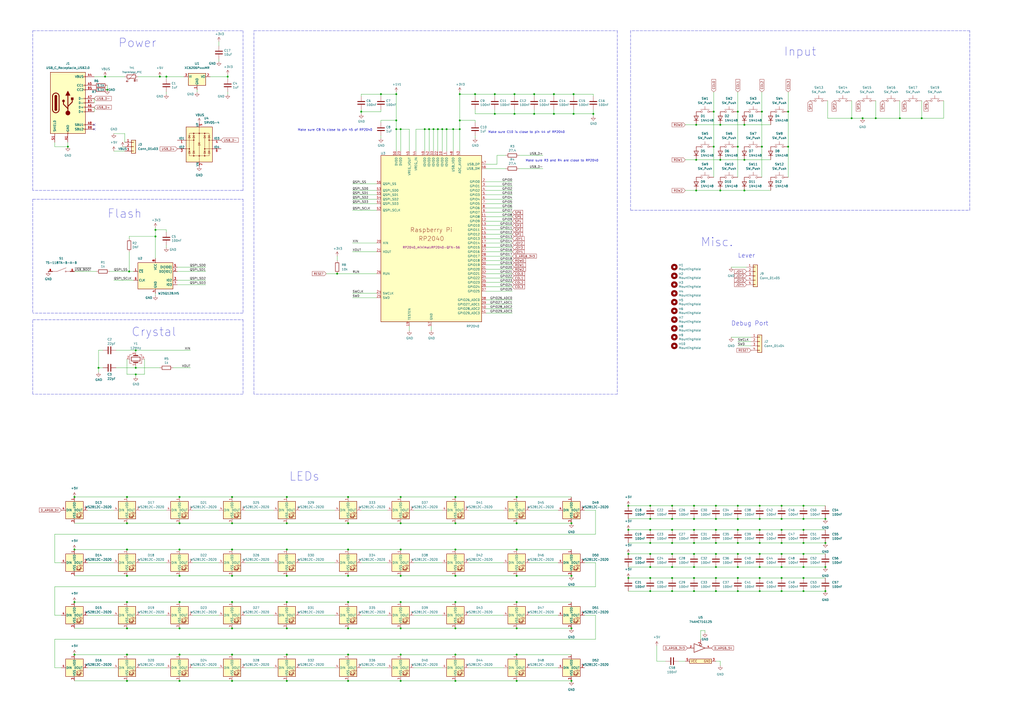
<source format=kicad_sch>
(kicad_sch (version 20211123) (generator eeschema)
  (paper "A2")
  (junction (at 500.38 68.58))
  (junction (at 104.14 394.97))
  (junction (at 73.66 303.53))
  (junction (at 73.66 334.01))
  (junction (at 508 68.58))
  (junction (at 389.89 307.34))
  (junction (at 262.89 74.93))
  (junction (at 332.74 54.61))
  (junction (at 73.66 364.49))
  (junction (at 377.19 293.37))
  (junction (at 132.08 44.45))
  (junction (at 298.45 54.61))
  (junction (at 264.16 394.97))
  (junction (at 298.45 66.04))
  (junction (at 134.62 288.29))
  (junction (at 287.02 66.04))
  (junction (at 402.59 307.34))
  (junction (at 440.69 342.9))
  (junction (at 466.09 314.96))
  (junction (at 264.16 364.49))
  (junction (at 299.72 379.73))
  (junction (at 402.59 300.99))
  (junction (at 427.99 64.77))
  (junction (at 251.46 74.93))
  (junction (at 104.14 364.49))
  (junction (at 521.97 68.58))
  (junction (at 441.96 64.77))
  (junction (at 389.89 293.37))
  (junction (at 453.39 307.34))
  (junction (at 134.62 334.01))
  (junction (at 104.14 379.73))
  (junction (at 453.39 314.96))
  (junction (at 201.93 318.77))
  (junction (at 166.37 318.77))
  (junction (at 377.19 335.28))
  (junction (at 309.88 54.61))
  (junction (at 332.74 66.04))
  (junction (at 440.69 300.99))
  (junction (at 264.16 334.01))
  (junction (at 364.49 307.34))
  (junction (at 73.66 394.97))
  (junction (at 402.59 342.9))
  (junction (at 134.62 349.25))
  (junction (at 364.49 293.37))
  (junction (at 344.17 66.04))
  (junction (at 466.09 328.93))
  (junction (at 246.38 74.93))
  (junction (at 403.86 110.49))
  (junction (at 440.69 335.28))
  (junction (at 427.99 314.96))
  (junction (at 431.8 72.39))
  (junction (at 90.17 133.35))
  (junction (at 466.09 335.28))
  (junction (at 389.89 314.96))
  (junction (at 478.79 300.99))
  (junction (at 78.74 203.2))
  (junction (at 440.69 307.34))
  (junction (at 232.41 303.53))
  (junction (at 275.59 54.61))
  (junction (at 104.14 349.25))
  (junction (at 134.62 318.77))
  (junction (at 299.72 288.29))
  (junction (at 466.09 321.31))
  (junction (at 427.99 307.34))
  (junction (at 431.8 92.71))
  (junction (at 415.29 293.37))
  (junction (at 478.79 328.93))
  (junction (at 402.59 321.31))
  (junction (at 427.99 342.9))
  (junction (at 457.2 64.77))
  (junction (at 331.47 303.53))
  (junction (at 166.37 394.97))
  (junction (at 466.09 300.99))
  (junction (at 62.23 52.07))
  (junction (at 466.09 307.34))
  (junction (at 389.89 335.28))
  (junction (at 453.39 321.31))
  (junction (at 232.41 288.29))
  (junction (at 264.16 318.77))
  (junction (at 73.66 379.73))
  (junction (at 134.62 303.53))
  (junction (at 201.93 334.01))
  (junction (at 104.14 334.01))
  (junction (at 453.39 300.99))
  (junction (at 73.66 288.29))
  (junction (at 402.59 314.96))
  (junction (at 453.39 342.9))
  (junction (at 134.62 394.97))
  (junction (at 264.16 303.53))
  (junction (at 415.29 300.99))
  (junction (at 414.02 85.09))
  (junction (at 415.29 328.93))
  (junction (at 229.87 69.85))
  (junction (at 266.7 54.61))
  (junction (at 466.09 293.37))
  (junction (at 229.87 74.93))
  (junction (at 431.8 110.49))
  (junction (at 331.47 394.97))
  (junction (at 453.39 293.37))
  (junction (at 417.83 72.39))
  (junction (at 195.58 158.75))
  (junction (at 299.72 303.53))
  (junction (at 441.96 85.09))
  (junction (at 377.19 321.31))
  (junction (at 389.89 328.93))
  (junction (at 259.08 74.93))
  (junction (at 209.55 64.77))
  (junction (at 43.18 349.25))
  (junction (at 104.14 288.29))
  (junction (at 299.72 364.49))
  (junction (at 264.16 379.73))
  (junction (at 534.67 68.58))
  (junction (at 264.16 288.29))
  (junction (at 427.99 300.99))
  (junction (at 321.31 66.04))
  (junction (at 364.49 335.28))
  (junction (at 389.89 342.9))
  (junction (at 389.89 321.31))
  (junction (at 466.09 342.9))
  (junction (at 331.47 334.01))
  (junction (at 201.93 303.53))
  (junction (at 402.59 293.37))
  (junction (at 266.7 74.93))
  (junction (at 232.41 349.25))
  (junction (at 440.69 293.37))
  (junction (at 201.93 394.97))
  (junction (at 166.37 288.29))
  (junction (at 254 74.93))
  (junction (at 299.72 334.01))
  (junction (at 415.29 321.31))
  (junction (at 256.54 74.93))
  (junction (at 166.37 349.25))
  (junction (at 104.14 303.53))
  (junction (at 134.62 364.49))
  (junction (at 248.92 74.93))
  (junction (at 331.47 364.49))
  (junction (at 43.18 318.77))
  (junction (at 90.17 137.16))
  (junction (at 73.66 349.25))
  (junction (at 427.99 335.28))
  (junction (at 264.16 349.25))
  (junction (at 415.29 314.96))
  (junction (at 166.37 303.53))
  (junction (at 232.41 334.01))
  (junction (at 415.29 307.34))
  (junction (at 104.14 318.77))
  (junction (at 201.93 349.25))
  (junction (at 232.41 364.49))
  (junction (at 494.03 68.58))
  (junction (at 166.37 379.73))
  (junction (at 134.62 379.73))
  (junction (at 73.66 318.77))
  (junction (at 60.96 44.45))
  (junction (at 232.41 379.73))
  (junction (at 57.15 213.36))
  (junction (at 440.69 314.96))
  (junction (at 427.99 85.09))
  (junction (at 377.19 314.96))
  (junction (at 389.89 300.99))
  (junction (at 377.19 342.9))
  (junction (at 427.99 328.93))
  (junction (at 266.7 69.85))
  (junction (at 377.19 328.93))
  (junction (at 92.71 44.45))
  (junction (at 453.39 328.93))
  (junction (at 427.99 293.37))
  (junction (at 402.59 335.28))
  (junction (at 427.99 321.31))
  (junction (at 403.86 72.39))
  (junction (at 78.74 213.36))
  (junction (at 39.37 85.09))
  (junction (at 166.37 334.01))
  (junction (at 299.72 318.77))
  (junction (at 96.52 44.45))
  (junction (at 415.29 335.28))
  (junction (at 201.93 364.49))
  (junction (at 299.72 349.25))
  (junction (at 78.74 217.17))
  (junction (at 232.41 318.77))
  (junction (at 321.31 54.61))
  (junction (at 201.93 288.29))
  (junction (at 440.69 321.31))
  (junction (at 377.19 300.99))
  (junction (at 309.88 66.04))
  (junction (at 166.37 364.49))
  (junction (at 440.69 328.93))
  (junction (at 43.18 379.73))
  (junction (at 201.93 379.73))
  (junction (at 478.79 314.96))
  (junction (at 478.79 342.9))
  (junction (at 453.39 335.28))
  (junction (at 220.98 54.61))
  (junction (at 417.83 92.71))
  (junction (at 415.29 342.9))
  (junction (at 364.49 321.31))
  (junction (at 457.2 85.09))
  (junction (at 229.87 54.61))
  (junction (at 414.02 64.77))
  (junction (at 232.41 394.97))
  (junction (at 74.93 157.48))
  (junction (at 377.19 307.34))
  (junction (at 287.02 54.61))
  (junction (at 232.41 74.93))
  (junction (at 299.72 394.97))
  (junction (at 403.86 92.71))
  (junction (at 402.59 328.93))
  (junction (at 43.18 288.29))
  (junction (at 417.83 110.49))
  (no_connect (at 54.61 72.39))
  (no_connect (at 54.61 74.93))
  (wire (pts (xy 281.94 95.25) (xy 288.29 95.25)))
  (wire (pts (xy 299.72 334.01) (xy 331.47 334.01)))
  (wire (pts (xy 415.29 383.54) (xy 417.83 383.54)))
  (wire (pts (xy 431.8 72.39) (xy 447.04 72.39)))
  (polyline (pts (xy 19.05 185.42) (xy 140.97 185.42)))
  (wire (pts (xy 81.28 295.91) (xy 96.52 295.91)))
  (wire (pts (xy 201.93 349.25) (xy 232.41 349.25)))
  (wire (pts (xy 195.58 148.59) (xy 195.58 151.13)))
  (wire (pts (xy 264.16 318.77) (xy 299.72 318.77)))
  (wire (pts (xy 415.29 293.37) (xy 427.99 293.37)))
  (wire (pts (xy 43.18 334.01) (xy 73.66 334.01)))
  (wire (pts (xy 417.83 110.49) (xy 431.8 110.49)))
  (wire (pts (xy 232.41 364.49) (xy 264.16 364.49)))
  (wire (pts (xy 299.72 379.73) (xy 331.47 379.73)))
  (wire (pts (xy 60.96 44.45) (xy 72.39 44.45)))
  (wire (pts (xy 414.02 64.77) (xy 414.02 85.09)))
  (wire (pts (xy 402.59 335.28) (xy 415.29 335.28)))
  (wire (pts (xy 43.18 349.25) (xy 73.66 349.25)))
  (wire (pts (xy 166.37 394.97) (xy 201.93 394.97)))
  (wire (pts (xy 389.89 321.31) (xy 402.59 321.31)))
  (wire (pts (xy 111.76 295.91) (xy 127 295.91)))
  (wire (pts (xy 240.03 295.91) (xy 256.54 295.91)))
  (wire (pts (xy 287.02 63.5) (xy 287.02 66.04)))
  (wire (pts (xy 281.94 148.59) (xy 297.18 148.59)))
  (wire (pts (xy 271.78 356.87) (xy 292.1 356.87)))
  (wire (pts (xy 204.47 110.49) (xy 218.44 110.49)))
  (wire (pts (xy 134.62 379.73) (xy 166.37 379.73)))
  (polyline (pts (xy 140.97 181.61) (xy 19.05 181.61)))
  (wire (pts (xy 127 24.13) (xy 127 26.67)))
  (wire (pts (xy 254 74.93) (xy 256.54 74.93)))
  (polyline (pts (xy 365.76 121.92) (xy 562.61 121.92)))
  (wire (pts (xy 78.74 213.36) (xy 92.71 213.36)))
  (wire (pts (xy 321.31 54.61) (xy 332.74 54.61)))
  (wire (pts (xy 31.75 356.87) (xy 35.56 356.87)))
  (wire (pts (xy 50.8 295.91) (xy 66.04 295.91)))
  (wire (pts (xy 427.99 314.96) (xy 440.69 314.96)))
  (wire (pts (xy 259.08 74.93) (xy 259.08 87.63)))
  (wire (pts (xy 466.09 300.99) (xy 478.79 300.99)))
  (wire (pts (xy 298.45 55.88) (xy 298.45 54.61)))
  (wire (pts (xy 114.3 52.07) (xy 114.3 53.34)))
  (wire (pts (xy 264.16 379.73) (xy 299.72 379.73)))
  (wire (pts (xy 288.29 90.17) (xy 288.29 95.25)))
  (wire (pts (xy 427.99 321.31) (xy 440.69 321.31)))
  (polyline (pts (xy 365.76 17.78) (xy 365.76 121.92)))
  (wire (pts (xy 43.18 288.29) (xy 73.66 288.29)))
  (wire (pts (xy 377.19 342.9) (xy 389.89 342.9)))
  (wire (pts (xy 73.66 334.01) (xy 104.14 334.01)))
  (wire (pts (xy 266.7 54.61) (xy 266.7 69.85)))
  (wire (pts (xy 73.66 217.17) (xy 78.74 217.17)))
  (wire (pts (xy 494.03 68.58) (xy 500.38 68.58)))
  (wire (pts (xy 237.49 74.93) (xy 232.41 74.93)))
  (wire (pts (xy 345.44 340.36) (xy 31.75 340.36)))
  (wire (pts (xy 237.49 87.63) (xy 237.49 74.93)))
  (wire (pts (xy 209.55 63.5) (xy 209.55 64.77)))
  (wire (pts (xy 281.94 143.51) (xy 297.18 143.51)))
  (wire (pts (xy 299.72 394.97) (xy 331.47 394.97)))
  (wire (pts (xy 111.76 326.39) (xy 127 326.39)))
  (wire (pts (xy 72.39 77.47) (xy 66.04 77.47)))
  (wire (pts (xy 201.93 379.73) (xy 232.41 379.73)))
  (polyline (pts (xy 140.97 185.42) (xy 140.97 228.6)))
  (wire (pts (xy 275.59 71.12) (xy 275.59 69.85)))
  (wire (pts (xy 364.49 293.37) (xy 377.19 293.37)))
  (wire (pts (xy 246.38 74.93) (xy 248.92 74.93)))
  (wire (pts (xy 54.61 57.15) (xy 54.61 59.69)))
  (wire (pts (xy 424.18 195.58) (xy 435.61 195.58)))
  (wire (pts (xy 74.93 138.43) (xy 74.93 137.16)))
  (wire (pts (xy 209.55 64.77) (xy 220.98 64.77)))
  (wire (pts (xy 403.86 92.71) (xy 417.83 92.71)))
  (wire (pts (xy 264.16 334.01) (xy 299.72 334.01)))
  (wire (pts (xy 281.94 107.95) (xy 297.18 107.95)))
  (wire (pts (xy 427.99 335.28) (xy 440.69 335.28)))
  (wire (pts (xy 63.5 157.48) (xy 74.93 157.48)))
  (wire (pts (xy 309.88 66.04) (xy 298.45 66.04)))
  (wire (pts (xy 427.99 342.9) (xy 440.69 342.9)))
  (wire (pts (xy 332.74 55.88) (xy 332.74 54.61)))
  (wire (pts (xy 381 383.54) (xy 381 374.65)))
  (polyline (pts (xy 358.14 17.78) (xy 358.14 228.6)))
  (wire (pts (xy 104.14 379.73) (xy 134.62 379.73)))
  (wire (pts (xy 494.03 58.42) (xy 494.03 68.58)))
  (wire (pts (xy 534.67 58.42) (xy 534.67 68.58)))
  (wire (pts (xy 275.59 78.74) (xy 275.59 80.01)))
  (wire (pts (xy 92.71 44.45) (xy 96.52 44.45)))
  (wire (pts (xy 281.94 156.21) (xy 297.18 156.21)))
  (polyline (pts (xy 19.05 17.78) (xy 29.21 17.78)))
  (wire (pts (xy 106.68 44.45) (xy 96.52 44.45)))
  (wire (pts (xy 281.94 138.43) (xy 297.18 138.43)))
  (wire (pts (xy 102.87 162.56) (xy 119.38 162.56)))
  (wire (pts (xy 288.29 90.17) (xy 293.37 90.17)))
  (wire (pts (xy 453.39 300.99) (xy 466.09 300.99)))
  (wire (pts (xy 220.98 69.85) (xy 229.87 69.85)))
  (wire (pts (xy 364.49 314.96) (xy 377.19 314.96)))
  (wire (pts (xy 547.37 58.42) (xy 547.37 68.58)))
  (wire (pts (xy 201.93 318.77) (xy 232.41 318.77)))
  (wire (pts (xy 201.93 303.53) (xy 232.41 303.53)))
  (wire (pts (xy 72.39 82.55) (xy 72.39 77.47)))
  (wire (pts (xy 440.69 314.96) (xy 453.39 314.96)))
  (wire (pts (xy 96.52 134.62) (xy 96.52 133.35)))
  (wire (pts (xy 281.94 140.97) (xy 297.18 140.97)))
  (wire (pts (xy 57.15 203.2) (xy 57.15 213.36)))
  (wire (pts (xy 264.16 349.25) (xy 299.72 349.25)))
  (wire (pts (xy 466.09 335.28) (xy 478.79 335.28)))
  (wire (pts (xy 166.37 379.73) (xy 201.93 379.73)))
  (wire (pts (xy 332.74 54.61) (xy 344.17 54.61)))
  (wire (pts (xy 104.14 288.29) (xy 134.62 288.29)))
  (wire (pts (xy 266.7 74.93) (xy 266.7 87.63)))
  (wire (pts (xy 386.08 383.54) (xy 381 383.54)))
  (wire (pts (xy 508 58.42) (xy 508 68.58)))
  (wire (pts (xy 397.51 92.71) (xy 403.86 92.71)))
  (wire (pts (xy 457.2 64.77) (xy 457.2 85.09)))
  (wire (pts (xy 50.8 326.39) (xy 66.04 326.39)))
  (wire (pts (xy 74.93 137.16) (xy 90.17 137.16)))
  (wire (pts (xy 142.24 356.87) (xy 158.75 356.87)))
  (wire (pts (xy 256.54 74.93) (xy 259.08 74.93)))
  (wire (pts (xy 427.99 198.12) (xy 435.61 198.12)))
  (wire (pts (xy 237.49 189.23) (xy 237.49 191.77)))
  (wire (pts (xy 397.51 72.39) (xy 403.86 72.39)))
  (wire (pts (xy 209.55 55.88) (xy 209.55 54.61)))
  (wire (pts (xy 281.94 158.75) (xy 297.18 158.75)))
  (wire (pts (xy 204.47 115.57) (xy 218.44 115.57)))
  (wire (pts (xy 307.34 295.91) (xy 323.85 295.91)))
  (wire (pts (xy 389.89 307.34) (xy 402.59 307.34)))
  (polyline (pts (xy 562.61 121.92) (xy 562.61 17.78)))
  (wire (pts (xy 96.52 53.34) (xy 96.52 54.61)))
  (wire (pts (xy 364.49 335.28) (xy 377.19 335.28)))
  (wire (pts (xy 90.17 133.35) (xy 90.17 137.16)))
  (wire (pts (xy 389.89 293.37) (xy 402.59 293.37)))
  (wire (pts (xy 266.7 53.34) (xy 266.7 54.61)))
  (wire (pts (xy 299.72 303.53) (xy 331.47 303.53)))
  (wire (pts (xy 262.89 87.63) (xy 262.89 74.93)))
  (wire (pts (xy 364.49 328.93) (xy 377.19 328.93)))
  (wire (pts (xy 90.17 170.18) (xy 90.17 171.45)))
  (wire (pts (xy 78.74 204.47) (xy 78.74 203.2)))
  (wire (pts (xy 248.92 74.93) (xy 251.46 74.93)))
  (wire (pts (xy 427.99 300.99) (xy 440.69 300.99)))
  (wire (pts (xy 241.3 74.93) (xy 246.38 74.93)))
  (wire (pts (xy 96.52 133.35) (xy 90.17 133.35)))
  (wire (pts (xy 281.94 163.83) (xy 297.18 163.83)))
  (polyline (pts (xy 19.05 115.57) (xy 19.05 181.61)))
  (wire (pts (xy 414.02 85.09) (xy 414.02 102.87)))
  (wire (pts (xy 321.31 55.88) (xy 321.31 54.61)))
  (wire (pts (xy 104.14 334.01) (xy 134.62 334.01)))
  (wire (pts (xy 377.19 307.34) (xy 389.89 307.34)))
  (wire (pts (xy 54.61 44.45) (xy 60.96 44.45)))
  (wire (pts (xy 266.7 69.85) (xy 275.59 69.85)))
  (wire (pts (xy 220.98 64.77) (xy 220.98 63.5)))
  (wire (pts (xy 402.59 342.9) (xy 415.29 342.9)))
  (wire (pts (xy 256.54 87.63) (xy 256.54 74.93)))
  (wire (pts (xy 427.99 293.37) (xy 440.69 293.37)))
  (wire (pts (xy 102.87 154.94) (xy 119.38 154.94)))
  (wire (pts (xy 281.94 133.35) (xy 297.18 133.35)))
  (wire (pts (xy 57.15 213.36) (xy 57.15 215.9)))
  (wire (pts (xy 466.09 307.34) (xy 478.79 307.34)))
  (wire (pts (xy 345.44 309.88) (xy 31.75 309.88)))
  (wire (pts (xy 440.69 335.28) (xy 453.39 335.28)))
  (wire (pts (xy 240.03 387.35) (xy 256.54 387.35)))
  (wire (pts (xy 427.99 53.34) (xy 427.99 64.77)))
  (wire (pts (xy 102.87 157.48) (xy 119.38 157.48)))
  (wire (pts (xy 83.82 217.17) (xy 83.82 208.28)))
  (wire (pts (xy 218.44 106.68) (xy 204.47 106.68)))
  (wire (pts (xy 262.89 74.93) (xy 266.7 74.93)))
  (wire (pts (xy 259.08 74.93) (xy 262.89 74.93)))
  (wire (pts (xy 232.41 87.63) (xy 232.41 74.93)))
  (polyline (pts (xy 358.14 228.6) (xy 147.32 228.6)))
  (wire (pts (xy 339.09 295.91) (xy 345.44 295.91)))
  (wire (pts (xy 134.62 394.97) (xy 166.37 394.97)))
  (wire (pts (xy 431.8 110.49) (xy 447.04 110.49)))
  (wire (pts (xy 248.92 87.63) (xy 248.92 74.93)))
  (wire (pts (xy 104.14 394.97) (xy 134.62 394.97)))
  (wire (pts (xy 201.93 394.97) (xy 232.41 394.97)))
  (wire (pts (xy 173.99 387.35) (xy 194.31 387.35)))
  (wire (pts (xy 111.76 356.87) (xy 127 356.87)))
  (wire (pts (xy 281.94 97.79) (xy 293.37 97.79)))
  (wire (pts (xy 134.62 334.01) (xy 166.37 334.01)))
  (polyline (pts (xy 140.97 115.57) (xy 140.97 181.61)))
  (wire (pts (xy 415.29 342.9) (xy 427.99 342.9)))
  (wire (pts (xy 232.41 318.77) (xy 264.16 318.77)))
  (wire (pts (xy 218.44 121.92) (xy 204.47 121.92)))
  (wire (pts (xy 440.69 293.37) (xy 453.39 293.37)))
  (wire (pts (xy 299.72 318.77) (xy 331.47 318.77)))
  (wire (pts (xy 104.14 303.53) (xy 134.62 303.53)))
  (wire (pts (xy 59.69 213.36) (xy 57.15 213.36)))
  (wire (pts (xy 281.94 168.91) (xy 297.18 168.91)))
  (wire (pts (xy 466.09 321.31) (xy 478.79 321.31)))
  (wire (pts (xy 229.87 69.85) (xy 229.87 74.93)))
  (wire (pts (xy 415.29 307.34) (xy 427.99 307.34)))
  (wire (pts (xy 402.59 300.99) (xy 415.29 300.99)))
  (wire (pts (xy 134.62 303.53) (xy 166.37 303.53)))
  (wire (pts (xy 300.99 97.79) (xy 314.96 97.79)))
  (wire (pts (xy 417.83 383.54) (xy 417.83 386.08)))
  (wire (pts (xy 389.89 300.99) (xy 402.59 300.99)))
  (wire (pts (xy 102.87 165.1) (xy 119.38 165.1)))
  (wire (pts (xy 281.94 166.37) (xy 297.18 166.37)))
  (wire (pts (xy 453.39 314.96) (xy 466.09 314.96)))
  (wire (pts (xy 453.39 342.9) (xy 466.09 342.9)))
  (polyline (pts (xy 140.97 17.78) (xy 140.97 110.49)))
  (wire (pts (xy 229.87 74.93) (xy 229.87 87.63)))
  (wire (pts (xy 389.89 342.9) (xy 402.59 342.9)))
  (wire (pts (xy 229.87 53.34) (xy 229.87 54.61)))
  (wire (pts (xy 344.17 55.88) (xy 344.17 54.61)))
  (wire (pts (xy 298.45 66.04) (xy 287.02 66.04)))
  (wire (pts (xy 31.75 387.35) (xy 35.56 387.35)))
  (wire (pts (xy 78.74 212.09) (xy 78.74 213.36)))
  (wire (pts (xy 431.8 92.71) (xy 447.04 92.71)))
  (wire (pts (xy 73.66 318.77) (xy 104.14 318.77)))
  (wire (pts (xy 377.19 328.93) (xy 389.89 328.93)))
  (wire (pts (xy 134.62 288.29) (xy 166.37 288.29)))
  (wire (pts (xy 31.75 85.09) (xy 39.37 85.09)))
  (wire (pts (xy 232.41 288.29) (xy 264.16 288.29)))
  (wire (pts (xy 307.34 387.35) (xy 323.85 387.35)))
  (wire (pts (xy 59.69 203.2) (xy 57.15 203.2)))
  (wire (pts (xy 453.39 321.31) (xy 466.09 321.31)))
  (wire (pts (xy 402.59 293.37) (xy 415.29 293.37)))
  (wire (pts (xy 132.08 53.34) (xy 132.08 54.61)))
  (wire (pts (xy 287.02 66.04) (xy 275.59 66.04)))
  (wire (pts (xy 220.98 55.88) (xy 220.98 54.61)))
  (wire (pts (xy 408.94 367.03) (xy 408.94 365.76)))
  (wire (pts (xy 281.94 173.99) (xy 297.18 173.99)))
  (wire (pts (xy 43.18 379.73) (xy 73.66 379.73)))
  (wire (pts (xy 480.06 68.58) (xy 494.03 68.58)))
  (wire (pts (xy 43.18 394.97) (xy 73.66 394.97)))
  (wire (pts (xy 345.44 356.87) (xy 345.44 370.84)))
  (wire (pts (xy 173.99 356.87) (xy 194.31 356.87)))
  (wire (pts (xy 134.62 318.77) (xy 166.37 318.77)))
  (wire (pts (xy 427.99 64.77) (xy 427.99 85.09)))
  (wire (pts (xy 339.09 356.87) (xy 345.44 356.87)))
  (wire (pts (xy 209.55 295.91) (xy 224.79 295.91)))
  (wire (pts (xy 31.75 309.88) (xy 31.75 326.39)))
  (wire (pts (xy 220.98 78.74) (xy 220.98 80.01)))
  (wire (pts (xy 281.94 110.49) (xy 297.18 110.49)))
  (wire (pts (xy 281.94 135.89) (xy 297.18 135.89)))
  (wire (pts (xy 345.44 326.39) (xy 345.44 340.36)))
  (wire (pts (xy 142.24 295.91) (xy 158.75 295.91)))
  (wire (pts (xy 264.16 394.97) (xy 299.72 394.97)))
  (wire (pts (xy 73.66 364.49) (xy 104.14 364.49)))
  (wire (pts (xy 251.46 74.93) (xy 254 74.93)))
  (wire (pts (xy 78.74 203.2) (xy 110.49 203.2)))
  (wire (pts (xy 232.41 303.53) (xy 264.16 303.53)))
  (wire (pts (xy 251.46 87.63) (xy 251.46 74.93)))
  (wire (pts (xy 281.94 113.03) (xy 297.18 113.03)))
  (wire (pts (xy 201.93 364.49) (xy 232.41 364.49)))
  (wire (pts (xy 417.83 92.71) (xy 431.8 92.71)))
  (wire (pts (xy 321.31 66.04) (xy 309.88 66.04)))
  (wire (pts (xy 74.93 146.05) (xy 74.93 157.48)))
  (wire (pts (xy 466.09 342.9) (xy 478.79 342.9)))
  (wire (pts (xy 232.41 379.73) (xy 264.16 379.73)))
  (wire (pts (xy 121.92 44.45) (xy 132.08 44.45)))
  (wire (pts (xy 104.14 318.77) (xy 134.62 318.77)))
  (wire (pts (xy 415.29 321.31) (xy 427.99 321.31)))
  (polyline (pts (xy 562.61 17.78) (xy 365.76 17.78)))
  (wire (pts (xy 43.18 303.53) (xy 73.66 303.53)))
  (wire (pts (xy 307.34 356.87) (xy 323.85 356.87)))
  (wire (pts (xy 534.67 68.58) (xy 521.97 68.58)))
  (wire (pts (xy 266.7 54.61) (xy 275.59 54.61)))
  (wire (pts (xy 201.93 288.29) (xy 232.41 288.29)))
  (wire (pts (xy 521.97 68.58) (xy 508 68.58)))
  (wire (pts (xy 332.74 63.5) (xy 332.74 66.04)))
  (wire (pts (xy 466.09 293.37) (xy 478.79 293.37)))
  (wire (pts (xy 466.09 328.93) (xy 478.79 328.93)))
  (wire (pts (xy 232.41 349.25) (xy 264.16 349.25)))
  (wire (pts (xy 275.59 54.61) (xy 287.02 54.61)))
  (wire (pts (xy 220.98 54.61) (xy 229.87 54.61)))
  (wire (pts (xy 43.18 318.77) (xy 73.66 318.77)))
  (wire (pts (xy 299.72 364.49) (xy 331.47 364.49)))
  (wire (pts (xy 377.19 321.31) (xy 389.89 321.31)))
  (wire (pts (xy 204.47 140.97) (xy 218.44 140.97)))
  (wire (pts (xy 100.33 213.36) (xy 110.49 213.36)))
  (wire (pts (xy 241.3 87.63) (xy 241.3 74.93)))
  (wire (pts (xy 31.75 326.39) (xy 35.56 326.39)))
  (wire (pts (xy 281.94 151.13) (xy 297.18 151.13)))
  (wire (pts (xy 232.41 74.93) (xy 229.87 74.93)))
  (wire (pts (xy 281.94 176.53) (xy 297.18 176.53)))
  (polyline (pts (xy 19.05 110.49) (xy 19.05 17.78)))
  (wire (pts (xy 332.74 66.04) (xy 344.17 66.04)))
  (wire (pts (xy 321.31 63.5) (xy 321.31 66.04)))
  (wire (pts (xy 427.99 200.66) (xy 435.61 200.66)))
  (wire (pts (xy 209.55 356.87) (xy 224.79 356.87)))
  (wire (pts (xy 300.99 90.17) (xy 314.96 90.17)))
  (wire (pts (xy 81.28 326.39) (xy 96.52 326.39)))
  (wire (pts (xy 466.09 314.96) (xy 478.79 314.96)))
  (wire (pts (xy 281.94 130.81) (xy 297.18 130.81)))
  (wire (pts (xy 254 87.63) (xy 254 74.93)))
  (wire (pts (xy 364.49 300.99) (xy 377.19 300.99)))
  (wire (pts (xy 142.24 326.39) (xy 158.75 326.39)))
  (wire (pts (xy 232.41 334.01) (xy 264.16 334.01)))
  (wire (pts (xy 209.55 54.61) (xy 220.98 54.61)))
  (polyline (pts (xy 140.97 228.6) (xy 19.05 228.6)))
  (wire (pts (xy 521.97 58.42) (xy 521.97 68.58)))
  (wire (pts (xy 73.66 208.28) (xy 73.66 217.17)))
  (wire (pts (xy 229.87 54.61) (xy 229.87 69.85)))
  (wire (pts (xy 132.08 44.45) (xy 132.08 43.18)))
  (wire (pts (xy 232.41 394.97) (xy 264.16 394.97)))
  (wire (pts (xy 440.69 300.99) (xy 453.39 300.99)))
  (wire (pts (xy 441.96 85.09) (xy 441.96 102.87)))
  (wire (pts (xy 281.94 146.05) (xy 297.18 146.05)))
  (wire (pts (xy 80.01 44.45) (xy 92.71 44.45)))
  (wire (pts (xy 441.96 53.34) (xy 441.96 64.77)))
  (wire (pts (xy 415.29 328.93) (xy 427.99 328.93)))
  (wire (pts (xy 377.19 293.37) (xy 389.89 293.37)))
  (wire (pts (xy 427.99 85.09) (xy 427.99 102.87)))
  (wire (pts (xy 344.17 63.5) (xy 344.17 66.04)))
  (wire (pts (xy 50.8 356.87) (xy 66.04 356.87)))
  (wire (pts (xy 204.47 118.11) (xy 218.44 118.11)))
  (wire (pts (xy 299.72 288.29) (xy 331.47 288.29)))
  (wire (pts (xy 50.8 387.35) (xy 66.04 387.35)))
  (wire (pts (xy 104.14 349.25) (xy 134.62 349.25)))
  (wire (pts (xy 173.99 326.39) (xy 194.31 326.39)))
  (wire (pts (xy 287.02 55.88) (xy 287.02 54.61)))
  (wire (pts (xy 266.7 69.85) (xy 266.7 74.93)))
  (wire (pts (xy 393.7 383.54) (xy 397.51 383.54)))
  (wire (pts (xy 406.4 365.76) (xy 406.4 370.84)))
  (wire (pts (xy 67.31 213.36) (xy 78.74 213.36)))
  (wire (pts (xy 62.23 49.53) (xy 62.23 52.07)))
  (wire (pts (xy 73.66 379.73) (xy 104.14 379.73)))
  (wire (pts (xy 281.94 181.61) (xy 297.18 181.61)))
  (wire (pts (xy 345.44 295.91) (xy 345.44 309.88)))
  (wire (pts (xy 281.94 120.65) (xy 297.18 120.65)))
  (wire (pts (xy 81.28 356.87) (xy 96.52 356.87)))
  (wire (pts (xy 81.28 387.35) (xy 96.52 387.35)))
  (wire (pts (xy 345.44 370.84) (xy 31.75 370.84)))
  (wire (pts (xy 364.49 307.34) (xy 377.19 307.34)))
  (wire (pts (xy 218.44 170.18) (xy 204.47 170.18)))
  (wire (pts (xy 298.45 54.61) (xy 309.88 54.61)))
  (wire (pts (xy 453.39 328.93) (xy 466.09 328.93)))
  (wire (pts (xy 43.18 364.49) (xy 73.66 364.49)))
  (wire (pts (xy 264.16 288.29) (xy 299.72 288.29)))
  (wire (pts (xy 66.04 162.56) (xy 77.47 162.56)))
  (wire (pts (xy 166.37 318.77) (xy 201.93 318.77)))
  (wire (pts (xy 415.29 300.99) (xy 427.99 300.99)))
  (wire (pts (xy 508 68.58) (xy 500.38 68.58)))
  (wire (pts (xy 440.69 307.34) (xy 453.39 307.34)))
  (wire (pts (xy 90.17 137.16) (xy 90.17 149.86)))
  (wire (pts (xy 415.29 314.96) (xy 427.99 314.96)))
  (wire (pts (xy 31.75 82.55) (xy 31.75 85.09)))
  (wire (pts (xy 195.58 158.75) (xy 218.44 158.75)))
  (wire (pts (xy 440.69 342.9) (xy 453.39 342.9)))
  (wire (pts (xy 271.78 326.39) (xy 292.1 326.39)))
  (wire (pts (xy 408.94 365.76) (xy 406.4 365.76)))
  (wire (pts (xy 73.66 349.25) (xy 104.14 349.25)))
  (wire (pts (xy 547.37 68.58) (xy 534.67 68.58)))
  (wire (pts (xy 402.59 307.34) (xy 415.29 307.34)))
  (wire (pts (xy 166.37 364.49) (xy 201.93 364.49)))
  (wire (pts (xy 55.88 157.48) (xy 43.18 157.48)))
  (wire (pts (xy 166.37 334.01) (xy 201.93 334.01)))
  (wire (pts (xy 427.99 307.34) (xy 440.69 307.34)))
  (wire (pts (xy 132.08 45.72) (xy 132.08 44.45)))
  (wire (pts (xy 73.66 394.97) (xy 104.14 394.97)))
  (wire (pts (xy 377.19 300.99) (xy 389.89 300.99)))
  (wire (pts (xy 218.44 146.05) (xy 204.47 146.05)))
  (wire (pts (xy 441.96 64.77) (xy 441.96 85.09)))
  (polyline (pts (xy 147.32 17.78) (xy 358.14 17.78)))
  (wire (pts (xy 309.88 54.61) (xy 321.31 54.61)))
  (wire (pts (xy 74.93 157.48) (xy 77.47 157.48)))
  (wire (pts (xy 415.29 335.28) (xy 427.99 335.28)))
  (wire (pts (xy 453.39 335.28) (xy 466.09 335.28)))
  (wire (pts (xy 332.74 66.04) (xy 321.31 66.04)))
  (wire (pts (xy 166.37 303.53) (xy 201.93 303.53)))
  (wire (pts (xy 480.06 58.42) (xy 480.06 68.58)))
  (wire (pts (xy 67.31 203.2) (xy 78.74 203.2)))
  (wire (pts (xy 201.93 334.01) (xy 232.41 334.01)))
  (wire (pts (xy 134.62 349.25) (xy 166.37 349.25)))
  (wire (pts (xy 281.94 118.11) (xy 297.18 118.11)))
  (wire (pts (xy 377.19 314.96) (xy 389.89 314.96)))
  (wire (pts (xy 220.98 71.12) (xy 220.98 69.85)))
  (wire (pts (xy 246.38 87.63) (xy 246.38 74.93)))
  (wire (pts (xy 78.74 217.17) (xy 83.82 217.17)))
  (wire (pts (xy 189.23 158.75) (xy 195.58 158.75)))
  (wire (pts (xy 377.19 335.28) (xy 389.89 335.28)))
  (wire (pts (xy 111.76 387.35) (xy 127 387.35)))
  (wire (pts (xy 275.59 63.5) (xy 275.59 66.04)))
  (wire (pts (xy 134.62 364.49) (xy 166.37 364.49)))
  (wire (pts (xy 453.39 293.37) (xy 466.09 293.37)))
  (wire (pts (xy 204.47 113.03) (xy 218.44 113.03)))
  (wire (pts (xy 73.66 288.29) (xy 104.14 288.29)))
  (wire (pts (xy 90.17 132.08) (xy 90.17 133.35)))
  (wire (pts (xy 299.72 349.25) (xy 331.47 349.25)))
  (polyline (pts (xy 29.21 17.78) (xy 140.97 17.78)))
  (wire (pts (xy 424.18 154.94) (xy 433.07 154.94)))
  (wire (pts (xy 250.19 189.23) (xy 250.19 191.77)))
  (wire (pts (xy 281.94 179.07) (xy 297.18 179.07)))
  (wire (pts (xy 240.03 356.87) (xy 256.54 356.87)))
  (wire (pts (xy 414.02 53.34) (xy 414.02 64.77)))
  (polyline (pts (xy 147.32 228.6) (xy 147.32 17.78)))
  (wire (pts (xy 73.66 303.53) (xy 104.14 303.53)))
  (wire (pts (xy 281.94 153.67) (xy 297.18 153.67)))
  (wire (pts (xy 39.37 82.55) (xy 39.37 85.09)))
  (wire (pts (xy 209.55 326.39) (xy 224.79 326.39)))
  (wire (pts (xy 281.94 161.29) (xy 297.18 161.29)))
  (wire (pts (xy 78.74 217.17) (xy 78.74 218.44)))
  (wire (pts (xy 31.75 370.84) (xy 31.75 387.35)))
  (wire (pts (xy 344.17 66.04) (xy 344.17 67.31)))
  (wire (pts (xy 457.2 53.34) (xy 457.2 64.77)))
  (wire (pts (xy 457.2 85.09) (xy 457.2 102.87)))
  (polyline (pts (xy 19.05 228.6) (xy 19.05 185.42)))
  (wire (pts (xy 104.14 364.49) (xy 134.62 364.49)))
  (wire (pts (xy 389.89 328.93) (xy 402.59 328.93)))
  (wire (pts (xy 417.83 72.39) (xy 431.8 72.39)))
  (wire (pts (xy 218.44 172.72) (xy 204.47 172.72)))
  (wire (pts (xy 142.24 387.35) (xy 158.75 387.35)))
  (wire (pts (xy 403.86 72.39) (xy 417.83 72.39)))
  (wire (pts (xy 389.89 314.96) (xy 402.59 314.96)))
  (wire (pts (xy 440.69 328.93) (xy 453.39 328.93)))
  (wire (pts (xy 240.03 326.39) (xy 256.54 326.39)))
  (wire (pts (xy 271.78 387.35) (xy 292.1 387.35)))
  (wire (pts (xy 127 34.29) (xy 127 35.56)))
  (wire (pts (xy 71.12 85.09) (xy 72.39 85.09)))
  (wire (pts (xy 397.51 110.49) (xy 403.86 110.49)))
  (wire (pts (xy 440.69 321.31) (xy 453.39 321.31)))
  (wire (pts (xy 309.88 63.5) (xy 309.88 66.04)))
  (polyline (pts (xy 19.05 115.57) (xy 140.97 115.57)))
  (wire (pts (xy 403.86 110.49) (xy 417.83 110.49)))
  (wire (pts (xy 275.59 55.88) (xy 275.59 54.61)))
  (wire (pts (xy 389.89 335.28) (xy 402.59 335.28)))
  (wire (pts (xy 364.49 321.31) (xy 377.19 321.31)))
  (wire (pts (xy 264.16 303.53) (xy 299.72 303.53)))
  (wire (pts (xy 307.34 326.39) (xy 323.85 326.39)))
  (polyline (pts (xy 140.97 110.49) (xy 19.05 110.49)))
  (wire (pts (xy 281.94 125.73) (xy 297.18 125.73)))
  (wire (pts (xy 364.49 342.9) (xy 377.19 342.9)))
  (wire (pts (xy 166.37 349.25) (xy 201.93 349.25)))
  (wire (pts (xy 271.78 295.91) (xy 292.1 295.91)))
  (wire (pts (xy 209.55 64.77) (xy 209.55 66.04)))
  (wire (pts (xy 66.04 87.63) (xy 72.39 87.63)))
  (wire (pts (xy 173.99 295.91) (xy 194.31 295.91)))
  (wire (pts (xy 31.75 340.36) (xy 31.75 356.87)))
  (wire (pts (xy 281.94 128.27) (xy 297.18 128.27)))
  (wire (pts (xy 281.94 123.19) (xy 297.18 123.19)))
  (wire (pts (xy 298.45 63.5) (xy 298.45 66.04)))
  (wire (pts (xy 287.02 54.61) (xy 298.45 54.61)))
  (wire (pts (xy 309.88 55.88) (xy 309.88 54.61)))
  (wire (pts (xy 264.16 364.49) (xy 299.72 364.49)))
  (wire (pts (xy 402.59 314.96) (xy 415.29 314.96)))
  (wire (pts (xy 402.59 321.31) (xy 415.29 321.31)))
  (wire (pts (xy 281.94 115.57) (xy 297.18 115.57)))
  (wire (pts (xy 166.37 288.29) (xy 201.93 288.29)))
  (wire (pts (xy 427.99 328.93) (xy 440.69 328.93)))
  (wire (pts (xy 281.94 105.41) (xy 297.18 105.41)))
  (wire (pts (xy 96.52 45.72) (xy 96.52 44.45)))
  (wire (pts (xy 96.52 142.24) (xy 96.52 143.51)))
  (wire (pts (xy 453.39 307.34) (xy 466.09 307.34)))
  (wire (pts (xy 402.59 328.93) (xy 415.29 328.93)))
  (wire (pts (xy 209.55 387.35) (xy 224.79 387.35)))
  (wire (pts (xy 339.09 326.39) (xy 345.44 326.39)))
  (wire (pts (xy 54.61 62.23) (xy 54.61 64.77)))
  (text "Misc." (at 406.4 143.51 0) (effects (font (size 5 5)) (justify left bottom)))
  (text "Crystal" (at 76.2 195.58 0) (effects (font (size 5 5)) (justify left bottom)))
  (text "Make sure C8 is close to pin 45 of RP2040" (at 172.72 76.2 0) (effects (font (size 1.27 1.27)) (justify left bottom)))
  (text "Make sure R3 and R4 are close to RP2040" (at 304.8 93.98 0) (effects (font (size 1.27 1.27)) (justify left bottom)))
  (text "Flash" (at 62.23 127 0) (effects (font (size 5 5)) (justify left bottom)))
  (text "Debug Port" (at 424.18 189.23 0) (effects (font (size 2.54 2.54)) (justify left bottom)))
  (text "Make sure C10 is close to pin 44 of RP2040" (at 283.21 77.47 0) (effects (font (size 1.27 1.27)) (justify left bottom)))
  (text "LEDs" (at 167.64 279.4 0) (effects (font (size 5 5)) (justify left bottom)))
  (text "Lever" (at 427.99 149.86 0) (effects (font (size 2.54 2.54)) (justify left bottom)))
  (text "Power" (at 68.58 27.94 0) (effects (font (size 5 5)) (justify left bottom)))
  (text "Input\n" (at 454.66 33.02 0) (effects (font (size 5 5)) (justify left bottom)))
  (label "QSPI_SS" (at 66.04 157.48 0))
  (label "GPIO26_ADC0" (at 297.18 173.99 180))
  (label "QSPI_SCLK" (at 66.04 162.56 0))
  (label "USB_D-" (at 314.96 97.79 180))
  (label "GPIO29_ADC3" (at 297.18 181.61 180))
  (label "QSPI_SD3" (at 119.38 165.1 180))
  (label "GPIO25" (at 297.18 168.91 180))
  (label "GPIO9" (at 297.18 128.27 180))
  (label "QSPI_SD2" (at 204.47 115.57 0))
  (label "GPIO27_ADC1" (at 297.18 176.53 180))
  (label "QSPI_SD2" (at 119.38 162.56 180))
  (label "GPIO28_ADC2" (at 297.18 179.07 180))
  (label "GPIO5" (at 297.18 118.11 180))
  (label "GPIO19" (at 297.18 153.67 180))
  (label "GPIO4" (at 297.18 115.57 180))
  (label "XIN" (at 204.47 140.97 0))
  (label "SWCLK" (at 204.47 170.18 0))
  (label "GPIO21" (at 297.18 158.75 180))
  (label "QSPI_SD0" (at 204.47 110.49 0))
  (label "GPIO18" (at 297.18 151.13 180))
  (label "QSPI_SD1" (at 119.38 157.48 180))
  (label "GPIO6" (at 297.18 120.65 180))
  (label "GPIO13" (at 297.18 138.43 180))
  (label "GPIO15" (at 297.18 143.51 180))
  (label "XOUT" (at 204.47 146.05 0))
  (label "RUN" (at 204.47 158.75 0))
  (label "QSPI_SD0" (at 119.38 154.94 180))
  (label "GPIO22" (at 297.18 161.29 180))
  (label "QSPI_SS" (at 204.47 106.68 0))
  (label "GPIO20" (at 297.18 156.21 180))
  (label "GPIO8" (at 297.18 125.73 180))
  (label "QSPI_SCLK" (at 204.47 121.92 0))
  (label "GPIO2" (at 297.18 110.49 180))
  (label "~{USB_BOOT}" (at 43.18 157.48 0))
  (label "USB_D+" (at 314.96 90.17 180))
  (label "GPIO14" (at 297.18 140.97 180))
  (label "QSPI_SD3" (at 204.47 118.11 0))
  (label "XIN" (at 110.49 203.2 180))
  (label "SWCLK" (at 427.99 198.12 0))
  (label "SWD" (at 427.99 200.66 0))
  (label "GPIO11" (at 297.18 133.35 180))
  (label "GPIO3" (at 297.18 113.03 180))
  (label "GPIO1" (at 297.18 107.95 180))
  (label "GPIO24" (at 297.18 166.37 180))
  (label "GPIO10" (at 297.18 130.81 180))
  (label "QSPI_SD1" (at 204.47 113.03 0))
  (label "XOUT" (at 110.49 213.36 180))
  (label "GPIO12" (at 297.18 135.89 180))
  (label "GPIO0" (at 297.18 105.41 180))
  (label "GPIO23" (at 297.18 163.83 180))
  (label "GPIO7" (at 297.18 123.19 180))
  (label "SWD" (at 204.47 172.72 0))
  (label "GPIO16" (at 297.18 146.05 180))
  (label "GPIO17" (at 297.18 148.59 180))
  (global_label "USB_D+" (shape input) (at 102.87 86.36 180) (property "Intersheet References" "${INTERSHEET_REFS}" (effects hide)))
  (global_label "SP5" (shape input) (at 524.51 58.42 270) (property "Intersheet References" "${INTERSHEET_REFS}" (effects hide)))
  (global_label "ROW0" (shape input) (at 397.51 72.39 180) (property "Intersheet References" "${INTERSHEET_REFS}" (effects hide)))
  (global_label "D_ARGB_5V" (shape input) (at 35.56 295.91 180) (property "Intersheet References" "${INTERSHEET_REFS}" (effects hide)))
  (global_label "SP5" (shape input) (at 297.18 125.73 0) (property "Intersheet References" "${INTERSHEET_REFS}" (effects hide)))
  (global_label "JOY1" (shape input) (at 297.18 138.43 0) (property "Intersheet References" "${INTERSHEET_REFS}" (effects hide)))
  (global_label "ROW0" (shape input) (at 297.18 151.13 0) (property "Intersheet References" "${INTERSHEET_REFS}" (effects hide)))
  (global_label "USB_D+" (shape input) (at 54.61 62.23 0) (property "Intersheet References" "${INTERSHEET_REFS}" (effects hide)))
  (global_label "RESET" (shape input) (at 435.61 203.2 180) (property "Intersheet References" "${INTERSHEET_REFS}" (effects hide)))
  (global_label "D_ARGB_3V3" (shape input) (at 297.18 148.59 0) (property "Intersheet References" "${INTERSHEET_REFS}" (effects hide)))
  (global_label "USB_D-" (shape input) (at 128.27 81.28 0) (property "Intersheet References" "${INTERSHEET_REFS}" (effects hide)))
  (global_label "SP3" (shape input) (at 497.84 58.42 270) (property "Intersheet References" "${INTERSHEET_REFS}" (effects hide)))
  (global_label "ROW1" (shape input) (at 397.51 92.71 180) (property "Intersheet References" "${INTERSHEET_REFS}" (effects hide)))
  (global_label "JOY2" (shape input) (at 297.18 140.97 0) (property "Intersheet References" "${INTERSHEET_REFS}" (effects hide)))
  (global_label "JOY3" (shape input) (at 297.18 143.51 0) (property "Intersheet References" "${INTERSHEET_REFS}" (effects hide)))
  (global_label "SP4" (shape input) (at 511.81 58.42 270) (property "Intersheet References" "${INTERSHEET_REFS}" (effects hide)))
  (global_label "SP2" (shape input) (at 297.18 133.35 0) (property "Intersheet References" "${INTERSHEET_REFS}" (effects hide)))
  (global_label "COL1" (shape input) (at 297.18 161.29 0) (property "Intersheet References" "${INTERSHEET_REFS}" (effects hide)))
  (global_label "COL3" (shape input) (at 457.2 53.34 90) (property "Intersheet References" "${INTERSHEET_REFS}" (effects hide)))
  (global_label "D_ARGB_3V3" (shape input) (at 398.78 375.92 180) (property "Intersheet References" "${INTERSHEET_REFS}" (effects hide)))
  (global_label "COL1" (shape input) (at 427.99 53.34 90) (property "Intersheet References" "${INTERSHEET_REFS}" (effects hide)))
  (global_label "ROW1" (shape input) (at 297.18 153.67 0) (property "Intersheet References" "${INTERSHEET_REFS}" (effects hide)))
  (global_label "JOY4" (shape input) (at 297.18 146.05 0) (property "Intersheet References" "${INTERSHEET_REFS}" (effects hide)))
  (global_label "ROW2" (shape input) (at 297.18 156.21 0) (property "Intersheet References" "${INTERSHEET_REFS}" (effects hide)))
  (global_label "JOY3" (shape input) (at 433.07 162.56 180) (property "Intersheet References" "${INTERSHEET_REFS}" (effects hide)))
  (global_label "COL2" (shape input) (at 297.18 163.83 0) (property "Intersheet References" "${INTERSHEET_REFS}" (effects hide)))
  (global_label "JOY2" (shape input) (at 433.07 160.02 180) (property "Intersheet References" "${INTERSHEET_REFS}" (effects hide)))
  (global_label "COL0" (shape input) (at 414.02 53.34 90) (property "Intersheet References" "${INTERSHEET_REFS}" (effects hide)))
  (global_label "D_ARGB_5V" (shape input) (at 412.75 375.92 0) (property "Intersheet References" "${INTERSHEET_REFS}" (effects hide)))
  (global_label "COL0" (shape input) (at 297.18 158.75 0) (property "Intersheet References" "${INTERSHEET_REFS}" (effects hide)))
  (global_label "COL3" (shape input) (at 297.18 166.37 0) (property "Intersheet References" "${INTERSHEET_REFS}" (effects hide)))
  (global_label "USB_D-" (shape input) (at 54.61 57.15 0) (property "Intersheet References" "${INTERSHEET_REFS}" (effects hide)))
  (global_label "ROW2" (shape input) (at 397.51 110.49 180) (property "Intersheet References" "${INTERSHEET_REFS}" (effects hide)))
  (global_label "JOY4" (shape input) (at 433.07 165.1 180) (property "Intersheet References" "${INTERSHEET_REFS}" (effects hide)))
  (global_label "COL2" (shape input) (at 441.96 53.34 90) (property "Intersheet References" "${INTERSHEET_REFS}" (effects hide)))
  (global_label "SP6" (shape input) (at 297.18 123.19 0) (property "Intersheet References" "${INTERSHEET_REFS}" (effects hide)))
  (global_label "JOY1" (shape input) (at 433.07 157.48 180) (property "Intersheet References" "${INTERSHEET_REFS}" (effects hide)))
  (global_label "SP1" (shape input) (at 469.9 58.42 270) (property "Intersheet References" "${INTERSHEET_REFS}" (effects hide)))
  (global_label "SP4" (shape input) (at 297.18 128.27 0) (property "Intersheet References" "${INTERSHEET_REFS}" (effects hide)))
  (global_label "SP2" (shape input) (at 483.87 58.42 270) (property "Intersheet References" "${INTERSHEET_REFS}" (effects hide)))
  (global_label "SP1" (shape input) (at 297.18 135.89 0) (property "Intersheet References" "${INTERSHEET_REFS}" (effects hide)))
  (global_label "RESET" (shape input) (at 189.23 158.75 180) (property "Intersheet References" "${INTERSHEET_REFS}" (effects hide)))
  (global_label "SP6" (shape input) (at 537.21 58.42 270) (property "Intersheet References" "${INTERSHEET_REFS}" (effects hide)))
  (global_label "SP3" (shape input) (at 297.18 130.81 0) (property "Intersheet References" "${INTERSHEET_REFS}" (effects hide)))
  (symbol (lib_id "Mechanical:MountingHole") (at 391.16 190.5 0) (unit 1)
    (property "Reference" "H8" (at 393.7 189.3316 0) (effects (justify left)))
    (property "Value" "MountingHole" (at 393.7 191.643 0) (effects (justify left)))
    (property "Footprint" "MountingHole:MountingHole_2.2mm_M2" (effects hide))
  )
  (symbol (lib_id "power:GND") (at 127 35.56 0) (unit 1)
    (property "Reference" "#PWR0114" (effects hide))
    (property "Value" "GND" (at 123.19 36.83 0))
  )
  (symbol (lib_id "Device:C") (at 415.29 311.15 0) (unit 1)
    (property "Reference" "C35" (at 419.1 309.8799 0) (effects (justify left)))
    (property "Value" "100nF" (at 419.1 312.4199 0) (effects (justify left)))
    (property "Footprint" "Capacitor_SMD:C_0402_1005Metric" (effects hide))
    (property "LCSC" "C1525" (effects hide))
  )
  (symbol (lib_id "Device:R") (at 58.42 52.07 270) (unit 1)
    (property "Reference" "R7" (at 54.61 53.34 90))
    (property "Value" "5.1k" (at 58.42 52.07 90))
    (property "Footprint" "Capacitor_SMD:C_0402_1005Metric" (effects hide))
    (property "LCSC" "C25905" (effects hide))
  )
  (symbol (lib_id "Mechanical:MountingHole") (at 391.16 185.42 0) (unit 1)
    (property "Reference" "H7" (at 393.7 184.2516 0) (effects (justify left)))
    (property "Value" "MountingHole" (at 393.7 186.563 0) (effects (justify left)))
    (property "Footprint" "MountingHole:MountingHole_2.2mm_M2" (effects hide))
  )
  (symbol (lib_id "Mechanical:MountingHole") (at 391.16 160.02 0) (unit 1)
    (property "Reference" "H2" (at 393.7 158.8516 0) (effects (justify left)))
    (property "Value" "MountingHole" (at 393.7 161.163 0) (effects (justify left)))
    (property "Footprint" "MountingHole:MountingHole_2.2mm_M2" (effects hide))
  )
  (symbol (lib_id "Device:R") (at 74.93 142.24 0) (unit 1)
    (property "Reference" "R2" (at 76.708 141.0716 0) (effects (justify left)))
    (property "Value" "DNF" (at 76.708 143.383 0) (effects (justify left)))
    (property "Footprint" "Capacitor_SMD:C_0402_1005Metric" (effects hide))
  )
  (symbol (lib_id "LED:WS2812B") (at 331.47 295.91 0) (unit 1)
    (property "Reference" "D49" (at 345.44 291.5793 0))
    (property "Value" "WS2812C-2020" (at 345.44 294.1193 0))
    (property "Footprint" "components:LED_WS2812-2020" (effects hide))
    (property "Datasheet" "https://cdn-shop.adafruit.com/datasheets/WS2812B.pdf" (effects hide))
    (property "LCSC" "C81598" (effects hide))
  )
  (symbol (lib_id "power:+3V3") (at 127 24.13 0) (unit 1)
    (property "Reference" "#PWR0115" (effects hide))
    (property "Value" "+3V3" (at 127.381 19.7358 0))
  )
  (symbol (lib_id "power:GND") (at 500.38 68.58 0) (unit 1)
    (property "Reference" "#PWR07" (effects hide))
    (property "Value" "GND" (at 500.38 73.66 0))
  )
  (symbol (lib_id "power:+5V") (at 364.49 321.31 0) (unit 1)
    (property "Reference" "#PWR025" (effects hide))
    (property "Value" "+5V" (at 364.49 316.23 0))
  )
  (symbol (lib_id "TS-1187A-B-A-B:TS-1187A-B-A-B") (at 35.56 157.48 0) (unit 1)
    (property "Reference" "S1" (at 35.56 149.86 0))
    (property "Value" "TS-1187A-B-A-B" (at 35.56 152.4 0))
    (property "Footprint" "SW_TS-1187A-B-A-B" (effects hide))
    (property "PARTREV" "A0" (effects hide))
    (property "MANUFACTURER" "XKB Industrial Precision" (effects hide))
    (property "MAXIMUM_PACKAGE_HEIGHT" "1.5mm" (effects hide))
    (property "STANDARD" "Manufacturer Recommendations" (effects hide))
    (property "LCSC" "C318884" (effects hide))
  )
  (symbol (lib_id "LED:WS2812B") (at 232.41 356.87 0) (unit 1)
    (property "Reference" "D39" (at 246.38 352.5393 0))
    (property "Value" "WS2812C-2020" (at 246.38 355.0793 0))
    (property "Footprint" "components:LED_WS2812-2020" (effects hide))
    (property "Datasheet" "https://cdn-shop.adafruit.com/datasheets/WS2812B.pdf" (effects hide))
    (property "LCSC" "C81598" (effects hide))
  )
  (symbol (lib_id "power:GND") (at 39.37 85.09 0) (unit 1)
    (property "Reference" "#PWR0109" (effects hide))
    (property "Value" "GND" (at 39.37 90.17 0))
  )
  (symbol (lib_id "LED:WS2812B") (at 43.18 295.91 0) (unit 1)
    (property "Reference" "D13" (at 57.15 291.5793 0))
    (property "Value" "WS2812C-2020" (at 57.15 294.1193 0))
    (property "Footprint" "components:LED_WS2812-2020" (effects hide))
    (property "Datasheet" "https://cdn-shop.adafruit.com/datasheets/WS2812B.pdf" (effects hide))
    (property "LCSC" "C81598" (effects hide))
  )
  (symbol (lib_id "power:GND") (at 478.79 328.93 0) (unit 1)
    (property "Reference" "#PWR013" (effects hide))
    (property "Value" "GND" (at 478.79 334.01 0))
  )
  (symbol (lib_id "power:GND") (at 96.52 54.61 0) (unit 1)
    (property "Reference" "#PWR0107" (effects hide))
    (property "Value" "GND" (at 92.71 55.88 0))
  )
  (symbol (lib_id "LED:WS2812B") (at 201.93 387.35 0) (unit 1)
    (property "Reference" "D36" (at 215.9 383.0193 0))
    (property "Value" "WS2812C-2020" (at 215.9 385.5593 0))
    (property "Footprint" "components:LED_WS2812-2020" (effects hide))
    (property "Datasheet" "https://cdn-shop.adafruit.com/datasheets/WS2812B.pdf" (effects hide))
    (property "LCSC" "C81598" (effects hide))
  )
  (symbol (lib_id "power:GND") (at 27.94 157.48 0) (unit 1)
    (property "Reference" "#PWR0105" (effects hide))
    (property "Value" "GND" (at 28.067 161.8742 0))
  )
  (symbol (lib_id "Device:C") (at 127 30.48 0) (unit 1)
    (property "Reference" "C17" (at 129.921 29.3116 0) (effects (justify left)))
    (property "Value" "10uF" (at 129.921 31.623 0) (effects (justify left)))
    (property "Footprint" "Capacitor_SMD:C_0402_1005Metric" (effects hide))
    (property "LCSC" "C15525" (effects hide))
  )
  (symbol (lib_id "LED:WS2812B") (at 73.66 326.39 0) (unit 1)
    (property "Reference" "D18" (at 87.63 322.0593 0))
    (property "Value" "WS2812C-2020" (at 87.63 324.5993 0))
    (property "Footprint" "components:LED_WS2812-2020" (effects hide))
    (property "Datasheet" "https://cdn-shop.adafruit.com/datasheets/WS2812B.pdf" (effects hide))
    (property "LCSC" "C81598" (effects hide))
  )
  (symbol (lib_id "Switch:SW_Push") (at 408.94 64.77 0) (unit 1)
    (property "Reference" "SW1" (at 408.94 57.15 0))
    (property "Value" "SW_Push" (at 408.94 59.69 0))
    (property "Footprint" "components:kailh_alternate" (effects hide))
  )
  (symbol (lib_id "Device:C") (at 364.49 325.12 0) (unit 1)
    (property "Reference" "C20" (at 368.3 323.8499 0) (effects (justify left)))
    (property "Value" "100nF" (at 368.3 326.3899 0) (effects (justify left)))
    (property "Footprint" "Capacitor_SMD:C_0402_1005Metric" (effects hide))
    (property "LCSC" "C1525" (effects hide))
  )
  (symbol (lib_id "Switch:SW_Push") (at 529.59 58.42 0) (unit 1)
    (property "Reference" "SW17" (at 529.59 50.8 0))
    (property "Value" "SW_Push" (at 529.59 53.34 0))
    (property "Footprint" "components:SW_BUTT-2-4" (effects hide))
  )
  (symbol (lib_id "LED:WS2812B") (at 134.62 295.91 0) (unit 1)
    (property "Reference" "D25" (at 148.59 291.5793 0))
    (property "Value" "WS2812C-2020" (at 148.59 294.1193 0))
    (property "Footprint" "components:LED_WS2812-2020" (effects hide))
    (property "Datasheet" "https://cdn-shop.adafruit.com/datasheets/WS2812B.pdf" (effects hide))
    (property "LCSC" "C81598" (effects hide))
  )
  (symbol (lib_id "power:GND") (at 331.47 364.49 0) (unit 1)
    (property "Reference" "#PWR04" (effects hide))
    (property "Value" "GND" (at 331.47 369.57 0))
  )
  (symbol (lib_id "power:GND") (at 408.94 367.03 0) (unit 1)
    (property "Reference" "#PWR021" (effects hide))
    (property "Value" "GND" (at 408.94 370.84 0))
  )
  (symbol (lib_id "Device:C") (at 389.89 311.15 0) (unit 1)
    (property "Reference" "C27" (at 393.7 309.8799 0) (effects (justify left)))
    (property "Value" "100nF" (at 393.7 312.4199 0) (effects (justify left)))
    (property "Footprint" "Capacitor_SMD:C_0402_1005Metric" (effects hide))
    (property "LCSC" "C1525" (effects hide))
  )
  (symbol (lib_id "power:+5V") (at 43.18 349.25 0) (unit 1)
    (property "Reference" "#PWR016" (effects hide))
    (property "Value" "+5V" (at 43.18 344.17 0))
  )
  (symbol (lib_id "Mechanical:MountingHole") (at 391.16 180.34 0) (unit 1)
    (property "Reference" "H6" (at 393.7 179.1716 0) (effects (justify left)))
    (property "Value" "MountingHole" (at 393.7 181.483 0) (effects (justify left)))
    (property "Footprint" "MountingHole:MountingHole_2.2mm_M2" (effects hide))
  )
  (symbol (lib_id "Switch:SW_Push") (at 542.29 58.42 0) (unit 1)
    (property "Reference" "SW19" (at 542.29 50.8 0))
    (property "Value" "SW_Push" (at 542.29 53.34 0))
    (property "Footprint" "components:SW_BUTT-2-4" (effects hide))
  )
  (symbol (lib_id "Device:C") (at 220.98 74.93 0) (unit 1)
    (property "Reference" "C8" (at 223.901 73.7616 0) (effects (justify left)))
    (property "Value" "1uF" (at 223.901 76.073 0) (effects (justify left)))
    (property "Footprint" "Capacitor_SMD:C_0402_1005Metric" (effects hide))
    (property "LCSC" "C52923" (effects hide))
  )
  (symbol (lib_id "LED:WS2812B") (at 43.18 326.39 0) (unit 1)
    (property "Reference" "D14" (at 57.15 322.0593 0))
    (property "Value" "WS2812C-2020" (at 57.15 324.5993 0))
    (property "Footprint" "components:LED_WS2812-2020" (effects hide))
    (property "Datasheet" "https://cdn-shop.adafruit.com/datasheets/WS2812B.pdf" (effects hide))
    (property "LCSC" "C81598" (effects hide))
  )
  (symbol (lib_id "Device:C") (at 466.09 325.12 0) (unit 1)
    (property "Reference" "C52" (at 469.9 323.8499 0) (effects (justify left)))
    (property "Value" "100nF" (at 469.9 326.3899 0) (effects (justify left)))
    (property "Footprint" "Capacitor_SMD:C_0402_1005Metric" (effects hide))
    (property "LCSC" "C1525" (effects hide))
  )
  (symbol (lib_id "Device:C") (at 453.39 297.18 0) (unit 1)
    (property "Reference" "C46" (at 457.2 295.9099 0) (effects (justify left)))
    (property "Value" "100nF" (at 457.2 298.4499 0) (effects (justify left)))
    (property "Footprint" "Capacitor_SMD:C_0402_1005Metric" (effects hide))
    (property "LCSC" "C1525" (effects hide))
  )
  (symbol (lib_id "Device:C") (at 415.29 297.18 0) (unit 1)
    (property "Reference" "C34" (at 419.1 295.9099 0) (effects (justify left)))
    (property "Value" "100nF" (at 419.1 298.4499 0) (effects (justify left)))
    (property "Footprint" "Capacitor_SMD:C_0402_1005Metric" (effects hide))
    (property "LCSC" "C1525" (effects hide))
  )
  (symbol (lib_id "Device:C") (at 427.99 297.18 0) (unit 1)
    (property "Reference" "C38" (at 431.8 295.9099 0) (effects (justify left)))
    (property "Value" "100nF" (at 431.8 298.4499 0) (effects (justify left)))
    (property "Footprint" "Capacitor_SMD:C_0402_1005Metric" (effects hide))
    (property "LCSC" "C1525" (effects hide))
  )
  (symbol (lib_id "Device:C") (at 377.19 325.12 0) (unit 1)
    (property "Reference" "C24" (at 381 323.8499 0) (effects (justify left)))
    (property "Value" "100nF" (at 381 326.3899 0) (effects (justify left)))
    (property "Footprint" "Capacitor_SMD:C_0402_1005Metric" (effects hide))
    (property "LCSC" "C1525" (effects hide))
  )
  (symbol (lib_id "Diode:1N4148") (at 403.86 106.68 90) (unit 1)
    (property "Reference" "D9" (at 406.4 105.4099 90) (effects (justify right)))
    (property "Value" "1N4148" (at 406.4 107.9499 90) (effects (justify right)))
    (property "Footprint" "Diode_SMD:D_SOD-123" (effects hide))
    (property "Datasheet" "https://assets.nexperia.com/documents/data-sheet/1N4148_1N4448.pdf" (effects hide))
    (property "LCSC" "C81598" (effects hide))
  )
  (symbol (lib_id "Device:C") (at 440.69 297.18 0) (unit 1)
    (property "Reference" "C42" (at 444.5 295.9099 0) (effects (justify left)))
    (property "Value" "100nF" (at 444.5 298.4499 0) (effects (justify left)))
    (property "Footprint" "Capacitor_SMD:C_0402_1005Metric" (effects hide))
    (property "LCSC" "C1525" (effects hide))
  )
  (symbol (lib_id "LED:WS2812B") (at 299.72 295.91 0) (unit 1)
    (property "Reference" "D45" (at 313.69 291.5793 0))
    (property "Value" "WS2812C-2020" (at 313.69 294.1193 0))
    (property "Footprint" "components:LED_WS2812-2020" (effects hide))
    (property "Datasheet" "https://cdn-shop.adafruit.com/datasheets/WS2812B.pdf" (effects hide))
    (property "LCSC" "C81598" (effects hide))
  )
  (symbol (lib_id "Device:R") (at 297.18 90.17 270) (unit 1)
    (property "Reference" "R3" (at 297.18 84.9122 90))
    (property "Value" "27.4" (at 297.18 87.2236 90))
    (property "Footprint" "Capacitor_SMD:C_0603_1608Metric" (effects hide))
    (property "LCSC" "C25190" (effects hide))
  )
  (symbol (lib_id "power:GND") (at 331.47 303.53 0) (unit 1)
    (property "Reference" "#PWR02" (effects hide))
    (property "Value" "GND" (at 331.47 308.61 0))
  )
  (symbol (lib_id "LED:WS2812B") (at 104.14 387.35 0) (unit 1)
    (property "Reference" "D24" (at 118.11 383.0193 0))
    (property "Value" "WS2812C-2020" (at 118.11 385.5593 0))
    (property "Footprint" "components:LED_WS2812-2020" (effects hide))
    (property "Datasheet" "https://cdn-shop.adafruit.com/datasheets/WS2812B.pdf" (effects hide))
    (property "LCSC" "C81598" (effects hide))
  )
  (symbol (lib_id "Device:C") (at 321.31 59.69 0) (unit 1)
    (property "Reference" "C14" (at 324.231 58.5216 0) (effects (justify left)))
    (property "Value" "100nF" (at 324.231 60.833 0) (effects (justify left)))
    (property "Footprint" "Capacitor_SMD:C_0402_1005Metric" (effects hide))
    (property "LCSC" "C1525" (effects hide))
  )
  (symbol (lib_id "power:+5V") (at 43.18 288.29 0) (unit 1)
    (property "Reference" "#PWR08" (effects hide))
    (property "Value" "+5V" (at 43.18 283.21 0))
  )
  (symbol (lib_id "Device:C") (at 402.59 311.15 0) (unit 1)
    (property "Reference" "C31" (at 406.4 309.8799 0) (effects (justify left)))
    (property "Value" "100nF" (at 406.4 312.4199 0) (effects (justify left)))
    (property "Footprint" "Capacitor_SMD:C_0402_1005Metric" (effects hide))
    (property "LCSC" "C1525" (effects hide))
  )
  (symbol (lib_id "Switch:SW_Push") (at 452.12 85.09 0) (unit 1)
    (property "Reference" "SW8" (at 452.12 77.47 0))
    (property "Value" "SW_Push" (at 452.12 80.01 0))
    (property "Footprint" "components:kailh_alternate" (effects hide))
  )
  (symbol (lib_id "Device:C") (at 402.59 297.18 0) (unit 1)
    (property "Reference" "C30" (at 406.4 295.9099 0) (effects (justify left)))
    (property "Value" "100nF" (at 406.4 298.4499 0) (effects (justify left)))
    (property "Footprint" "Capacitor_SMD:C_0402_1005Metric" (effects hide))
    (property "LCSC" "C1525" (effects hide))
  )
  (symbol (lib_id "Device:C") (at 478.79 311.15 0) (unit 1)
    (property "Reference" "C55" (at 482.6 309.8799 0) (effects (justify left)))
    (property "Value" "100nF" (at 482.6 312.4199 0) (effects (justify left)))
    (property "Footprint" "Capacitor_SMD:C_0402_1005Metric" (effects hide))
    (property "LCSC" "C1525" (effects hide))
  )
  (symbol (lib_id "Device:C") (at 209.55 59.69 0) (unit 1)
    (property "Reference" "C6" (at 212.471 58.5216 0) (effects (justify left)))
    (property "Value" "100nF" (at 212.471 60.833 0) (effects (justify left)))
    (property "Footprint" "Capacitor_SMD:C_0402_1005Metric" (effects hide))
    (property "LCSC" "C1525" (effects hide))
  )
  (symbol (lib_id "Device:C") (at 275.59 74.93 0) (unit 1)
    (property "Reference" "C10" (at 278.511 73.7616 0) (effects (justify left)))
    (property "Value" "1uF" (at 278.511 76.073 0) (effects (justify left)))
    (property "Footprint" "Capacitor_SMD:C_0402_1005Metric" (effects hide))
    (property "LCSC" "C52923" (effects hide))
  )
  (symbol (lib_id "Device:C") (at 298.45 59.69 0) (unit 1)
    (property "Reference" "C12" (at 301.371 58.5216 0) (effects (justify left)))
    (property "Value" "100nF" (at 301.371 60.833 0) (effects (justify left)))
    (property "Footprint" "Capacitor_SMD:C_0402_1005Metric" (effects hide))
    (property "LCSC" "C1525" (effects hide))
  )
  (symbol (lib_id "Device:C") (at 427.99 339.09 0) (unit 1)
    (property "Reference" "C41" (at 431.8 337.8199 0) (effects (justify left)))
    (property "Value" "100nF" (at 431.8 340.3599 0) (effects (justify left)))
    (property "Footprint" "Capacitor_SMD:C_0402_1005Metric" (effects hide))
    (property "LCSC" "C1525" (effects hide))
  )
  (symbol (lib_id "LED:WS2812B") (at 73.66 387.35 0) (unit 1)
    (property "Reference" "D20" (at 87.63 383.0193 0))
    (property "Value" "WS2812C-2020" (at 87.63 385.5593 0))
    (property "Footprint" "components:LED_WS2812-2020" (effects hide))
    (property "Datasheet" "https://cdn-shop.adafruit.com/datasheets/WS2812B.pdf" (effects hide))
    (property "LCSC" "C81598" (effects hide))
  )
  (symbol (lib_id "Device:C") (at 478.79 325.12 0) (unit 1)
    (property "Reference" "C56" (at 482.6 323.8499 0) (effects (justify left)))
    (property "Value" "100nF" (at 482.6 326.3899 0) (effects (justify left)))
    (property "Footprint" "Capacitor_SMD:C_0402_1005Metric" (effects hide))
    (property "LCSC" "C1525" (effects hide))
  )
  (symbol (lib_id "Device:C") (at 220.98 59.69 0) (unit 1)
    (property "Reference" "C7" (at 223.901 58.5216 0) (effects (justify left)))
    (property "Value" "100nF" (at 223.901 60.833 0) (effects (justify left)))
    (property "Footprint" "Capacitor_SMD:C_0402_1005Metric" (effects hide))
    (property "LCSC" "C1525" (effects hide))
  )
  (symbol (lib_id "Device:C") (at 402.59 325.12 0) (unit 1)
    (property "Reference" "C32" (at 406.4 323.8499 0) (effects (justify left)))
    (property "Value" "100nF" (at 406.4 326.3899 0) (effects (justify left)))
    (property "Footprint" "Capacitor_SMD:C_0402_1005Metric" (effects hide))
    (property "LCSC" "C1525" (effects hide))
  )
  (symbol (lib_id "Connector_Generic:Conn_01x05") (at 438.15 160.02 0) (unit 1)
    (property "Reference" "J9" (at 440.69 158.7499 0) (effects (justify left)))
    (property "Value" "Conn_01x05" (at 440.69 161.2899 0) (effects (justify left)))
    (property "Footprint" "Connector_PinHeader_1.27mm:PinHeader_1x05_P1.27mm_Vertical" (effects hide))
  )
  (symbol (lib_id "Device:C") (at 466.09 297.18 0) (unit 1)
    (property "Reference" "C50" (at 469.9 295.9099 0) (effects (justify left)))
    (property "Value" "100nF" (at 469.9 298.4499 0) (effects (justify left)))
    (property "Footprint" "Capacitor_SMD:C_0402_1005Metric" (effects hide))
    (property "LCSC" "C1525" (effects hide))
  )
  (symbol (lib_id "Switch:SW_Push") (at 516.89 58.42 0) (unit 1)
    (property "Reference" "SW16" (at 516.89 50.8 0))
    (property "Value" "SW_Push" (at 516.89 53.34 0))
    (property "Footprint" "components:SW_BUTT-2-4" (effects hide))
  )
  (symbol (lib_id "Memory_Flash:W25Q128JVS") (at 90.17 160.02 0) (unit 1)
    (property "Reference" "U2" (at 81.28 149.86 0))
    (property "Value" "W25Q128JVS" (at 97.79 170.18 0))
    (property "Footprint" "Package_SO:SOIC-8_5.23x5.23mm_P1.27mm" (effects hide))
    (property "Datasheet" "http://www.winbond.com/resource-files/w25q128jv_dtr%20revc%2003272018%20plus.pdf" (effects hide))
    (property "LCSC" "C97521" (effects hide))
  )
  (symbol (lib_id "LED:WS2812B") (at 264.16 326.39 0) (unit 1)
    (property "Reference" "D42" (at 278.13 322.0593 0))
    (property "Value" "WS2812C-2020" (at 278.13 324.5993 0))
    (property "Footprint" "components:LED_WS2812-2020" (effects hide))
    (property "Datasheet" "https://cdn-shop.adafruit.com/datasheets/WS2812B.pdf" (effects hide))
    (property "LCSC" "C81598" (effects hide))
  )
  (symbol (lib_id "Switch:SW_Push") (at 422.91 102.87 0) (unit 1)
    (property "Reference" "SW10" (at 422.91 95.25 0))
    (property "Value" "SW_Push" (at 422.91 97.79 0))
    (property "Footprint" "components:kailh_alternate" (effects hide))
  )
  (symbol (lib_id "Device:Thermistor_PTC") (at 76.2 44.45 90) (unit 1)
    (property "Reference" "TH1" (at 76.5175 39.37 90) (effects (font (size 1 1))))
    (property "Value" "Thermistor_PTC" (at 76.5175 41.91 90) (effects (font (size 1 1))))
    (property "Footprint" "Fuse:Fuse_1206_3216Metric" (effects hide))
    (property "LCSC" "C70076" (effects hide))
  )
  (symbol (lib_id "Connector_Generic:Conn_01x03") (at 77.47 85.09 0) (unit 1)
    (property "Reference" "J3" (at 80.01 83.8199 0) (effects (justify left)))
    (property "Value" "Conn_01x03" (at 80.01 86.3599 0) (effects (justify left)))
    (property "Footprint" "Connector_PinHeader_2.54mm:PinHeader_1x03_P2.54mm_Vertical" (effects hide))
  )
  (symbol (lib_id "MCU_RaspberryPi_RP2040:RP2040") (at 250.19 138.43 0) (unit 1)
    (property "Reference" "U3" (at 222.25 88.9 0))
    (property "Value" "RP2040" (at 274.32 189.23 0))
    (property "Footprint" "RP2040_minimal:RP2040-QFN-56" (at 250.19 143.51 0))
    (property "LCSC" "C97521" (effects hide))
  )
  (symbol (lib_id "Device:Crystal_GND24") (at 78.74 208.28 90) (unit 1)
    (property "Reference" "Y1" (at 78.74 199.39 90))
    (property "Value" "12MHz" (at 78.74 201.93 90))
    (property "Footprint" "Crystal:Crystal_SMD_3225-4Pin_3.2x2.5mm" (effects hide))
    (property "LCSC" "C9002" (effects hide))
  )
  (symbol (lib_id "power:GND") (at 115.57 96.52 0) (unit 1)
    (property "Reference" "#PWR06" (effects hide))
    (property "Value" "GND" (at 115.57 101.6 0))
  )
  (symbol (lib_id "Device:C") (at 63.5 213.36 270) (unit 1)
    (property "Reference" "C3" (at 62.23 217.17 90) (effects (justify left)))
    (property "Value" "22pF" (at 62.23 219.71 90) (effects (justify left)))
    (property "Footprint" "Capacitor_SMD:C_0402_1005Metric" (effects hide))
    (property "LCSC" "C1555" (effects hide))
  )
  (symbol (lib_id "Mechanical:MountingHole") (at 391.16 154.94 0) (unit 1)
    (property "Reference" "H1" (at 393.7 153.7716 0) (effects (justify left)))
    (property "Value" "MountingHole" (at 393.7 156.083 0) (effects (justify left)))
    (property "Footprint" "MountingHole:MountingHole_2.2mm_M2" (effects hide))
  )
  (symbol (lib_id "power:GND") (at 237.49 191.77 0) (unit 1)
    (property "Reference" "#PWR0124" (effects hide))
    (property "Value" "GND" (at 237.617 196.1642 0))
  )
  (symbol (lib_id "Switch:SW_Push") (at 408.94 102.87 0) (unit 1)
    (property "Reference" "SW9" (at 408.94 95.25 0))
    (property "Value" "SW_Push" (at 408.94 97.79 0))
    (property "Footprint" "components:kailh_alternate" (effects hide))
  )
  (symbol (lib_id "74xGxx:74AHCT1G125") (at 406.4 375.92 0) (unit 1)
    (property "Reference" "U5" (at 406.4 358.14 0))
    (property "Value" "74AHCT1G125" (at 406.4 360.68 0))
    (property "Footprint" "Package_TO_SOT_SMD:SOT-23-5" (effects hide))
    (property "Datasheet" "http://www.ti.com/lit/sg/scyt129e/scyt129e.pdf" (effects hide))
    (property "LCSC" "C7484" (effects hide))
  )
  (symbol (lib_id "power:+3V3") (at 90.17 132.08 0) (unit 1)
    (property "Reference" "#PWR0108" (effects hide))
    (property "Value" "+3V3" (at 90.551 127.6858 0))
  )
  (symbol (lib_id "Connector:USB_C_Receptacle_USB2.0") (at 39.37 59.69 0) (unit 1)
    (property "Reference" "J1" (at 39.37 36.83 0))
    (property "Value" "USB_C_Receptacle_USB2.0" (at 39.37 39.37 0))
    (property "Footprint" "Connector_USB:USB_C_Receptacle_HRO_TYPE-C-31-M-12" (effects hide))
    (property "Datasheet" "https://www.usb.org/sites/default/files/documents/usb_type-c.zip" (effects hide))
    (property "LCSC" "C165948" (effects hide))
  )
  (symbol (lib_id "LED:WS2812B") (at 166.37 356.87 0) (unit 1)
    (property "Reference" "D31" (at 180.34 352.5393 0))
    (property "Value" "WS2812C-2020" (at 180.34 355.0793 0))
    (property "Footprint" "components:LED_WS2812-2020" (effects hide))
    (property "Datasheet" "https://cdn-shop.adafruit.com/datasheets/WS2812B.pdf" (effects hide))
    (property "LCSC" "C81598" (effects hide))
  )
  (symbol (lib_id "Mechanical:MountingHole") (at 391.16 175.26 0) (unit 1)
    (property "Reference" "H5" (at 393.7 174.0916 0) (effects (justify left)))
    (property "Value" "MountingHole" (at 393.7 176.403 0) (effects (justify left)))
    (property "Footprint" "MountingHole:MountingHole_2.2mm_M2" (effects hide))
  )
  (symbol (lib_id "Device:R") (at 96.52 213.36 270) (unit 1)
    (property "Reference" "R5" (at 96.52 208.1022 90))
    (property "Value" "1k" (at 96.52 210.4136 90))
    (property "Footprint" "Capacitor_SMD:C_0402_1005Metric" (effects hide))
    (property "LCSC" "C11702" (effects hide))
  )
  (symbol (lib_id "Device:C") (at 377.19 297.18 0) (unit 1)
    (property "Reference" "C22" (at 381 295.9099 0) (effects (justify left)))
    (property "Value" "100nF" (at 381 298.4499 0) (effects (justify left)))
    (property "Footprint" "Capacitor_SMD:C_0402_1005Metric" (effects hide))
    (property "LCSC" "C1525" (effects hide))
  )
  (symbol (lib_id "Mechanical:MountingHole") (at 391.16 200.66 0) (unit 1)
    (property "Reference" "H10" (at 393.7 199.4916 0) (effects (justify left)))
    (property "Value" "MountingHole" (at 393.7 201.803 0) (effects (justify left)))
    (property "Footprint" "MountingHole:MountingHole_2.2mm_M2" (effects hide))
  )
  (symbol (lib_id "Device:C") (at 415.29 339.09 0) (unit 1)
    (property "Reference" "C37" (at 419.1 337.8199 0) (effects (justify left)))
    (property "Value" "100nF" (at 419.1 340.3599 0) (effects (justify left)))
    (property "Footprint" "Capacitor_SMD:C_0402_1005Metric" (effects hide))
    (property "LCSC" "C1525" (effects hide))
  )
  (symbol (lib_id "Device:C") (at 332.74 59.69 0) (unit 1)
    (property "Reference" "C15" (at 335.661 58.5216 0) (effects (justify left)))
    (property "Value" "100nF" (at 335.661 60.833 0) (effects (justify left)))
    (property "Footprint" "Capacitor_SMD:C_0402_1005Metric" (effects hide))
    (property "LCSC" "C1525" (effects hide))
  )
  (symbol (lib_id "Mechanical:MountingHole") (at 391.16 165.1 0) (unit 1)
    (property "Reference" "H3" (at 393.7 163.9316 0) (effects (justify left)))
    (property "Value" "MountingHole" (at 393.7 166.243 0) (effects (justify left)))
    (property "Footprint" "MountingHole:MountingHole_2.2mm_M2" (effects hide))
  )
  (symbol (lib_id "Diode:1N4148") (at 447.04 88.9 90) (unit 1)
    (property "Reference" "D8" (at 449.58 87.6299 90) (effects (justify right)))
    (property "Value" "1N4148" (at 449.58 90.1699 90) (effects (justify right)))
    (property "Footprint" "Diode_SMD:D_SOD-123" (effects hide))
    (property "Datasheet" "https://assets.nexperia.com/documents/data-sheet/1N4148_1N4448.pdf" (effects hide))
    (property "LCSC" "C81598" (effects hide))
  )
  (symbol (lib_id "LED:WS2812B") (at 264.16 356.87 0) (unit 1)
    (property "Reference" "D43" (at 278.13 352.5393 0))
    (property "Value" "WS2812C-2020" (at 278.13 355.0793 0))
    (property "Footprint" "components:LED_WS2812-2020" (effects hide))
    (property "Datasheet" "https://cdn-shop.adafruit.com/datasheets/WS2812B.pdf" (effects hide))
    (property "LCSC" "C81598" (effects hide))
  )
  (symbol (lib_id "LED:WS2812B") (at 73.66 295.91 0) (unit 1)
    (property "Reference" "D17" (at 87.63 291.5793 0))
    (property "Value" "WS2812C-2020" (at 87.63 294.1193 0))
    (property "Footprint" "components:LED_WS2812-2020" (effects hide))
    (property "Datasheet" "https://cdn-shop.adafruit.com/datasheets/WS2812B.pdf" (effects hide))
    (property "LCSC" "C81598" (effects hide))
  )
  (symbol (lib_id "Device:C") (at 389.89 297.18 0) (unit 1)
    (property "Reference" "C26" (at 393.7 295.9099 0) (effects (justify left)))
    (property "Value" "100nF" (at 393.7 298.4499 0) (effects (justify left)))
    (property "Footprint" "Capacitor_SMD:C_0402_1005Metric" (effects hide))
    (property "LCSC" "C1525" (effects hide))
  )
  (symbol (lib_id "Switch:SW_Push") (at 502.92 58.42 0) (unit 1)
    (property "Reference" "SW15" (at 502.92 50.8 0))
    (property "Value" "SW_Push" (at 502.92 53.34 0))
    (property "Footprint" "components:SW_BUTT-2-4" (effects hide))
  )
  (symbol (lib_id "Device:C") (at 344.17 59.69 0) (unit 1)
    (property "Reference" "C16" (at 347.091 58.5216 0) (effects (justify left)))
    (property "Value" "100nF" (at 347.091 60.833 0) (effects (justify left)))
    (property "Footprint" "Capacitor_SMD:C_0402_1005Metric" (effects hide))
    (property "LCSC" "C1525" (effects hide))
  )
  (symbol (lib_id "power:GND") (at 275.59 80.01 0) (unit 1)
    (property "Reference" "#PWR0121" (effects hide))
    (property "Value" "GND" (at 275.717 84.4042 0))
  )
  (symbol (lib_id "Diode:1N4148") (at 417.83 106.68 90) (unit 1)
    (property "Reference" "D10" (at 420.37 105.4099 90) (effects (justify right)))
    (property "Value" "1N4148" (at 420.37 107.9499 90) (effects (justify right)))
    (property "Footprint" "Diode_SMD:D_SOD-123" (effects hide))
    (property "Datasheet" "https://assets.nexperia.com/documents/data-sheet/1N4148_1N4448.pdf" (effects hide))
    (property "LCSC" "C81598" (effects hide))
  )
  (symbol (lib_id "power:GND") (at 478.79 314.96 0) (unit 1)
    (property "Reference" "#PWR012" (effects hide))
    (property "Value" "GND" (at 478.79 320.04 0))
  )
  (symbol (lib_id "power:GND") (at 90.17 171.45 0) (unit 1)
    (property "Reference" "#PWR0103" (effects hide))
    (property "Value" "GND" (at 86.36 172.72 0))
  )
  (symbol (lib_id "power:+5V") (at 43.18 379.73 0) (unit 1)
    (property "Reference" "#PWR017" (effects hide))
    (property "Value" "+5V" (at 43.18 374.65 0))
  )
  (symbol (lib_id "LED:WS2812B") (at 331.47 387.35 0) (unit 1)
    (property "Reference" "D52" (at 345.44 383.0193 0))
    (property "Value" "WS2812C-2020" (at 345.44 385.5593 0))
    (property "Footprint" "components:LED_WS2812-2020" (effects hide))
    (property "Datasheet" "https://cdn-shop.adafruit.com/datasheets/WS2812B.pdf" (effects hide))
    (property "LCSC" "C81598" (effects hide))
  )
  (symbol (lib_id "Device:C") (at 427.99 325.12 0) (unit 1)
    (property "Reference" "C40" (at 431.8 323.8499 0) (effects (justify left)))
    (property "Value" "100nF" (at 431.8 326.3899 0) (effects (justify left)))
    (property "Footprint" "Capacitor_SMD:C_0402_1005Metric" (effects hide))
    (property "LCSC" "C1525" (effects hide))
  )
  (symbol (lib_id "LED:WS2812B") (at 264.16 387.35 0) (unit 1)
    (property "Reference" "D44" (at 278.13 383.0193 0))
    (property "Value" "WS2812C-2020" (at 278.13 385.5593 0))
    (property "Footprint" "components:LED_WS2812-2020" (effects hide))
    (property "Datasheet" "https://cdn-shop.adafruit.com/datasheets/WS2812B.pdf" (effects hide))
    (property "LCSC" "C81598" (effects hide))
  )
  (symbol (lib_id "power:VBUS") (at 71.12 85.09 0) (unit 1)
    (property "Reference" "#PWR028" (effects hide))
    (property "Value" "VBUS" (at 71.12 86.36 0))
  )
  (symbol (lib_id "power:+5V") (at 364.49 293.37 0) (unit 1)
    (property "Reference" "#PWR023" (effects hide))
    (property "Value" "+5V" (at 364.49 288.29 0))
  )
  (symbol (lib_id "Switch:SW_Push") (at 488.95 58.42 0) (unit 1)
    (property "Reference" "SW14" (at 488.95 50.8 0))
    (property "Value" "SW_Push" (at 488.95 53.34 0))
    (property "Footprint" "components:SW_BUTT-2-4" (effects hide))
  )
  (symbol (lib_id "LED:WS2812B") (at 43.18 387.35 0) (unit 1)
    (property "Reference" "D16" (at 57.15 383.0193 0))
    (property "Value" "WS2812C-2020" (at 57.15 385.5593 0))
    (property "Footprint" "components:LED_WS2812-2020" (effects hide))
    (property "Datasheet" "https://cdn-shop.adafruit.com/datasheets/WS2812B.pdf" (effects hide))
    (property "LCSC" "C81598" (effects hide))
  )
  (symbol (lib_id "Switch:SW_Push") (at 452.12 64.77 0) (unit 1)
    (property "Reference" "SW4" (at 452.12 57.15 0))
    (property "Value" "SW_Push" (at 452.12 59.69 0))
    (property "Footprint" "components:kailh_alternate" (effects hide))
  )
  (symbol (lib_id "Switch:SW_Push") (at 452.12 102.87 0) (unit 1)
    (property "Reference" "SW12" (at 452.12 95.25 0))
    (property "Value" "SW_Push" (at 452.12 97.79 0))
    (property "Footprint" "components:kailh_alternate" (effects hide))
  )
  (symbol (lib_id "Device:C") (at 377.19 311.15 0) (unit 1)
    (property "Reference" "C23" (at 381 309.8799 0) (effects (justify left)))
    (property "Value" "100nF" (at 381 312.4199 0) (effects (justify left)))
    (property "Footprint" "Capacitor_SMD:C_0402_1005Metric" (effects hide))
    (property "LCSC" "C1525" (effects hide))
  )
  (symbol (lib_id "power:+5V") (at 92.71 44.45 0) (unit 1)
    (property "Reference" "#PWR020" (effects hide))
    (property "Value" "+5V" (at 92.71 39.37 0))
  )
  (symbol (lib_id "Regulator_Linear:XC6206PxxxMR") (at 114.3 44.45 0) (unit 1)
    (property "Reference" "U1" (at 114.3 36.83 0))
    (property "Value" "XC6206PxxxMR" (at 114.3 39.37 0))
    (property "Footprint" "Package_TO_SOT_SMD:SOT-23" (effects hide))
    (property "Datasheet" "https://www.torexsemi.com/file/xc6206/XC6206.pdf" (effects hide))
    (property "LCSC" "C5446" (effects hide))
  )
  (symbol (lib_id "power:+5V") (at 43.18 318.77 0) (unit 1)
    (property "Reference" "#PWR015" (effects hide))
    (property "Value" "+5V" (at 43.18 313.69 0))
  )
  (symbol (lib_id "LED:WS2812B") (at 104.14 295.91 0) (unit 1)
    (property "Reference" "D21" (at 118.11 291.5793 0))
    (property "Value" "WS2812C-2020" (at 118.11 294.1193 0))
    (property "Footprint" "components:LED_WS2812-2020" (effects hide))
    (property "Datasheet" "https://cdn-shop.adafruit.com/datasheets/WS2812B.pdf" (effects hide))
    (property "LCSC" "C81598" (effects hide))
  )
  (symbol (lib_id "Device:C") (at 275.59 59.69 0) (unit 1)
    (property "Reference" "C9" (at 278.511 58.5216 0) (effects (justify left)))
    (property "Value" "100nF" (at 278.511 60.833 0) (effects (justify left)))
    (property "Footprint" "Capacitor_SMD:C_0402_1005Metric" (effects hide))
    (property "LCSC" "C1525" (effects hide))
  )
  (symbol (lib_id "Diode:1N4148") (at 417.83 88.9 90) (unit 1)
    (property "Reference" "D6" (at 420.37 87.6299 90) (effects (justify right)))
    (property "Value" "1N4148" (at 420.37 90.1699 90) (effects (justify right)))
    (property "Footprint" "Diode_SMD:D_SOD-123" (effects hide))
    (property "Datasheet" "https://assets.nexperia.com/documents/data-sheet/1N4148_1N4448.pdf" (effects hide))
    (property "LCSC" "C81598" (effects hide))
  )
  (symbol (lib_id "LED:WS2812B") (at 299.72 387.35 0) (unit 1)
    (property "Reference" "D48" (at 313.69 383.0193 0))
    (property "Value" "WS2812C-2020" (at 313.69 385.5593 0))
    (property "Footprint" "components:LED_WS2812-2020" (effects hide))
    (property "Datasheet" "https://cdn-shop.adafruit.com/datasheets/WS2812B.pdf" (effects hide))
    (property "LCSC" "C81598" (effects hide))
  )
  (symbol (lib_id "Diode:1N4148") (at 417.83 68.58 90) (unit 1)
    (property "Reference" "D2" (at 420.37 67.3099 90) (effects (justify right)))
    (property "Value" "1N4148" (at 420.37 69.8499 90) (effects (justify right)))
    (property "Footprint" "Diode_SMD:D_SOD-123" (effects hide))
    (property "Datasheet" "https://assets.nexperia.com/documents/data-sheet/1N4148_1N4448.pdf" (effects hide))
    (property "LCSC" "C81598" (effects hide))
  )
  (symbol (lib_id "LED:WS2812B") (at 134.62 326.39 0) (unit 1)
    (property "Reference" "D26" (at 148.59 322.0593 0))
    (property "Value" "WS2812C-2020" (at 148.59 324.5993 0))
    (property "Footprint" "components:LED_WS2812-2020" (effects hide))
    (property "Datasheet" "https://cdn-shop.adafruit.com/datasheets/WS2812B.pdf" (effects hide))
    (property "LCSC" "C81598" (effects hide))
  )
  (symbol (lib_id "Device:C") (at 364.49 339.09 0) (unit 1)
    (property "Reference" "C21" (at 368.3 337.8199 0) (effects (justify left)))
    (property "Value" "100nF" (at 368.3 340.3599 0) (effects (justify left)))
    (property "Footprint" "Capacitor_SMD:C_0402_1005Metric" (effects hide))
    (property "LCSC" "C1525" (effects hide))
  )
  (symbol (lib_id "power:+3V3") (at 266.7 53.34 0) (unit 1)
    (property "Reference" "#PWR0101" (effects hide))
    (property "Value" "+3V3" (at 267.081 48.9458 0))
  )
  (symbol (lib_id "Device:R") (at 297.18 97.79 270) (unit 1)
    (property "Reference" "R4" (at 297.18 92.5322 90))
    (property "Value" "27.4" (at 297.18 94.8436 90))
    (property "Footprint" "Capacitor_SMD:C_0603_1608Metric" (effects hide))
    (property "LCSC" "C25190" (effects hide))
  )
  (symbol (lib_id "Switch:SW_Push") (at 436.88 85.09 0) (unit 1)
    (property "Reference" "SW7" (at 436.88 77.47 0))
    (property "Value" "SW_Push" (at 436.88 80.01 0))
    (property "Footprint" "components:kailh_alternate" (effects hide))
  )
  (symbol (lib_id "LED:WS2812B") (at 134.62 387.35 0) (unit 1)
    (property "Reference" "D28" (at 148.59 383.0193 0))
    (property "Value" "WS2812C-2020" (at 148.59 385.5593 0))
    (property "Footprint" "components:LED_WS2812-2020" (effects hide))
    (property "Datasheet" "https://cdn-shop.adafruit.com/datasheets/WS2812B.pdf" (effects hide))
    (property "LCSC" "C81598" (effects hide))
  )
  (symbol (lib_id "LED:WS2812B") (at 43.18 356.87 0) (unit 1)
    (property "Reference" "D15" (at 57.15 352.5393 0))
    (property "Value" "WS2812C-2020" (at 57.15 355.0793 0))
    (property "Footprint" "components:LED_WS2812-2020" (effects hide))
    (property "Datasheet" "https://cdn-shop.adafruit.com/datasheets/WS2812B.pdf" (effects hide))
    (property "LCSC" "C81598" (effects hide))
  )
  (symbol (lib_id "Diode:1N4148") (at 447.04 106.68 90) (unit 1)
    (property "Reference" "D12" (at 449.58 105.4099 90) (effects (justify right)))
    (property "Value" "1N4148" (at 449.58 107.9499 90) (effects (justify right)))
    (property "Footprint" "Diode_SMD:D_SOD-123" (effects hide))
    (property "Datasheet" "https://assets.nexperia.com/documents/data-sheet/1N4148_1N4448.pdf" (effects hide))
    (property "LCSC" "C81598" (effects hide))
  )
  (symbol (lib_id "Diode:1N4148") (at 431.8 68.58 90) (unit 1)
    (property "Reference" "D3" (at 434.34 67.3099 90) (effects (justify right)))
    (property "Value" "1N4148" (at 434.34 69.8499 90) (effects (justify right)))
    (property "Footprint" "Diode_SMD:D_SOD-123" (effects hide))
    (property "Datasheet" "https://assets.nexperia.com/documents/data-sheet/1N4148_1N4448.pdf" (effects hide))
    (property "LCSC" "C81598" (effects hide))
  )
  (symbol (lib_id "power:GND") (at 344.17 67.31 0) (unit 1)
    (property "Reference" "#PWR0126" (effects hide))
    (property "Value" "GND" (at 344.297 71.7042 0))
  )
  (symbol (lib_id "Mechanical:MountingHole") (at 391.16 195.58 0) (unit 1)
    (property "Reference" "H9" (at 393.7 194.4116 0) (effects (justify left)))
    (property "Value" "MountingHole" (at 393.7 196.723 0) (effects (justify left)))
    (property "Footprint" "MountingHole:MountingHole_2.2mm_M2" (effects hide))
  )
  (symbol (lib_id "power:GND") (at 132.08 54.61 0) (unit 1)
    (property "Reference" "#PWR0111" (effects hide))
    (property "Value" "GND" (at 128.27 55.88 0))
  )
  (symbol (lib_id "Switch:SW_Push") (at 408.94 85.09 0) (unit 1)
    (property "Reference" "SW5" (at 408.94 77.47 0))
    (property "Value" "SW_Push" (at 408.94 80.01 0))
    (property "Footprint" "components:kailh_alternate" (effects hide))
  )
  (symbol (lib_id "LED:WS2812B") (at 299.72 356.87 0) (unit 1)
    (property "Reference" "D47" (at 313.69 352.5393 0))
    (property "Value" "WS2812C-2020" (at 313.69 355.0793 0))
    (property "Footprint" "components:LED_WS2812-2020" (effects hide))
    (property "Datasheet" "https://cdn-shop.adafruit.com/datasheets/WS2812B.pdf" (effects hide))
    (property "LCSC" "C81598" (effects hide))
  )
  (symbol (lib_id "LED:WS2812B") (at 73.66 356.87 0) (unit 1)
    (property "Reference" "D19" (at 87.63 352.5393 0))
    (property "Value" "WS2812C-2020" (at 87.63 355.0793 0))
    (property "Footprint" "components:LED_WS2812-2020" (effects hide))
    (property "Datasheet" "https://cdn-shop.adafruit.com/datasheets/WS2812B.pdf" (effects hide))
    (property "LCSC" "C81598" (effects hide))
  )
  (symbol (lib_id "Switch:SW_Push") (at 436.88 102.87 0) (unit 1)
    (property "Reference" "SW11" (at 436.88 95.25 0))
    (property "Value" "SW_Push" (at 436.88 97.79 0))
    (property "Footprint" "components:kailh_alternate" (effects hide))
  )
  (symbol (lib_id "power:VBUS") (at 115.57 71.12 0) (unit 1)
    (property "Reference" "#PWR019" (effects hide))
    (property "Value" "VBUS" (at 115.951 66.7258 0))
  )
  (symbol (lib_id "Device:C") (at 389.89 325.12 0) (unit 1)
    (property "Reference" "C28" (at 393.7 323.8499 0) (effects (justify left)))
    (property "Value" "100nF" (at 393.7 326.3899 0) (effects (justify left)))
    (property "Footprint" "Capacitor_SMD:C_0402_1005Metric" (effects hide))
    (property "LCSC" "C1525" (effects hide))
  )
  (symbol (lib_id "power:GND") (at 478.79 342.9 0) (unit 1)
    (property "Reference" "#PWR014" (effects hide))
    (property "Value" "GND" (at 478.79 347.98 0))
  )
  (symbol (lib_id "Device:C") (at 287.02 59.69 0) (unit 1)
    (property "Reference" "C11" (at 289.941 58.5216 0) (effects (justify left)))
    (property "Value" "100nF" (at 289.941 60.833 0) (effects (justify left)))
    (property "Footprint" "Capacitor_SMD:C_0402_1005Metric" (effects hide))
    (property "LCSC" "C1525" (effects hide))
  )
  (symbol (lib_id "LED:WS2812B") (at 264.16 295.91 0) (unit 1)
    (property "Reference" "D41" (at 278.13 291.5793 0))
    (property "Value" "WS2812C-2020" (at 278.13 294.1193 0))
    (property "Footprint" "components:LED_WS2812-2020" (effects hide))
    (property "Datasheet" "https://cdn-shop.adafruit.com/datasheets/WS2812B.pdf" (effects hide))
    (property "LCSC" "C81598" (effects hide))
  )
  (symbol (lib_id "power:+3V3") (at 132.08 43.18 0) (unit 1)
    (property "Reference" "#PWR0112" (effects hide))
    (property "Value" "+3V3" (at 132.461 38.7858 0))
  )
  (symbol (lib_id "power:GND") (at 96.52 143.51 0) (unit 1)
    (property "Reference" "#PWR0104" (effects hide))
    (property "Value" "GND" (at 100.33 144.78 0))
  )
  (symbol (lib_id "Device:C") (at 402.59 339.09 0) (unit 1)
    (property "Reference" "C33" (at 406.4 337.8199 0) (effects (justify left)))
    (property "Value" "100nF" (at 406.4 340.3599 0) (effects (justify left)))
    (property "Footprint" "Capacitor_SMD:C_0402_1005Metric" (effects hide))
    (property "LCSC" "C1525" (effects hide))
  )
  (symbol (lib_id "LED:WS2812B") (at 166.37 326.39 0) (unit 1)
    (property "Reference" "D30" (at 180.34 322.0593 0))
    (property "Value" "WS2812C-2020" (at 180.34 324.5993 0))
    (property "Footprint" "components:LED_WS2812-2020" (effects hide))
    (property "Datasheet" "https://cdn-shop.adafruit.com/datasheets/WS2812B.pdf" (effects hide))
    (property "LCSC" "C81598" (effects hide))
  )
  (symbol (lib_id "power:+5V") (at 364.49 335.28 0) (unit 1)
    (property "Reference" "#PWR026" (effects hide))
    (property "Value" "+5V" (at 364.49 330.2 0))
  )
  (symbol (lib_id "Diode:1N4148") (at 403.86 68.58 90) (unit 1)
    (property "Reference" "D1" (at 406.4 67.3099 90) (effects (justify right)))
    (property "Value" "1N4148" (at 406.4 69.8499 90) (effects (justify right)))
    (property "Footprint" "Diode_SMD:D_SOD-123" (effects hide))
    (property "Datasheet" "https://assets.nexperia.com/documents/data-sheet/1N4148_1N4448.pdf" (effects hide))
    (property "LCSC" "C81598" (effects hide))
  )
  (symbol (lib_id "Device:C") (at 440.69 339.09 0) (unit 1)
    (property "Reference" "C45" (at 444.5 337.8199 0) (effects (justify left)))
    (property "Value" "100nF" (at 444.5 340.3599 0) (effects (justify left)))
    (property "Footprint" "Capacitor_SMD:C_0402_1005Metric" (effects hide))
    (property "LCSC" "C1525" (effects hide))
  )
  (symbol (lib_id "LED:WS2812B") (at 104.14 326.39 0) (unit 1)
    (property "Reference" "D22" (at 118.11 322.0593 0))
    (property "Value" "WS2812C-2020" (at 118.11 324.5993 0))
    (property "Footprint" "components:LED_WS2812-2020" (effects hide))
    (property "Datasheet" "https://cdn-shop.adafruit.com/datasheets/WS2812B.pdf" (effects hide))
    (property "LCSC" "C81598" (effects hide))
  )
  (symbol (lib_id "LED:WS2812B") (at 232.41 295.91 0) (unit 1)
    (property "Reference" "D37" (at 246.38 291.5793 0))
    (property "Value" "WS2812C-2020" (at 246.38 294.1193 0))
    (property "Footprint" "components:LED_WS2812-2020" (effects hide))
    (property "Datasheet" "https://cdn-shop.adafruit.com/datasheets/WS2812B.pdf" (effects hide))
    (property "LCSC" "C81598" (effects hide))
  )
  (symbol (lib_id "power:GND") (at 424.18 195.58 0) (unit 1)
    (property "Reference" "#PWR030" (effects hide))
    (property "Value" "GND" (at 424.18 200.66 0))
  )
  (symbol (lib_id "Device:C") (at 96.52 138.43 0) (unit 1)
    (property "Reference" "C5" (at 99.441 137.2616 0) (effects (justify left)))
    (property "Value" "100nF" (at 99.441 139.573 0) (effects (justify left)))
    (property "Footprint" "Capacitor_SMD:C_0402_1005Metric" (effects hide))
    (property "LCSC" "C1525" (effects hide))
  )
  (symbol (lib_id "Device:C") (at 415.29 325.12 0) (unit 1)
    (property "Reference" "C36" (at 419.1 323.8499 0) (effects (justify left)))
    (property "Value" "100nF" (at 419.1 326.3899 0) (effects (justify left)))
    (property "Footprint" "Capacitor_SMD:C_0402_1005Metric" (effects hide))
    (property "LCSC" "C1525" (effects hide))
  )
  (symbol (lib_id "Diode:1N4148") (at 431.8 106.68 90) (unit 1)
    (property "Reference" "D11" (at 434.34 105.4099 90) (effects (justify right)))
    (property "Value" "1N4148" (at 434.34 107.9499 90) (effects (justify right)))
    (property "Footprint" "Diode_SMD:D_SOD-123" (effects hide))
    (property "Datasheet" "https://assets.nexperia.com/documents/data-sheet/1N4148_1N4448.pdf" (effects hide))
    (property "LCSC" "C81598" (effects hide))
  )
  (symbol (lib_id "LED:WS2812B") (at 299.72 326.39 0) (unit 1)
    (property "Reference" "D46" (at 313.69 322.0593 0))
    (property "Value" "WS2812C-2020" (at 313.69 324.5993 0))
    (property "Footprint" "components:LED_WS2812-2020" (effects hide))
    (property "Datasheet" "https://cdn-shop.adafruit.com/datasheets/WS2812B.pdf" (effects hide))
    (property "LCSC" "C81598" (effects hide))
  )
  (symbol (lib_id "LED:WS2812B") (at 134.62 356.87 0) (unit 1)
    (property "Reference" "D27" (at 148.59 352.5393 0))
    (property "Value" "WS2812C-2020" (at 148.59 355.0793 0))
    (property "Footprint" "components:LED_WS2812-2020" (effects hide))
    (property "Datasheet" "https://cdn-shop.adafruit.com/datasheets/WS2812B.pdf" (effects hide))
    (property "LCSC" "C81598" (effects hide))
  )
  (symbol (lib_id "power:GND") (at 331.47 394.97 0) (unit 1)
    (property "Reference" "#PWR05" (effects hide))
    (property "Value" "GND" (at 331.47 400.05 0))
  )
  (symbol (lib_id "Power_Protection:SRV05-4") (at 115.57 83.82 0) (unit 1)
    (property "Reference" "U4" (at 118.3387 68.58 0) (effects (justify left)))
    (property "Value" "SRV05-4" (at 118.3387 71.12 0) (effects (justify left)))
    (property "Footprint" "components:SOT-23-6-routable" (effects hide))
    (property "Datasheet" "http://www.onsemi.com/pub/Collateral/SRV05-4-D.PDF" (effects hide))
    (property "LCSC" "C85364" (effects hide))
  )
  (symbol (lib_id "LED:WS2812B") (at 232.41 326.39 0) (unit 1)
    (property "Reference" "D38" (at 246.38 322.0593 0))
    (property "Value" "WS2812C-2020" (at 246.38 324.5993 0))
    (property "Footprint" "components:LED_WS2812-2020" (effects hide))
    (property "Datasheet" "https://cdn-shop.adafruit.com/datasheets/WS2812B.pdf" (effects hide))
    (property "LCSC" "C81598" (effects hide))
  )
  (symbol (lib_id "LED:WS2812B") (at 166.37 295.91 0) (unit 1)
    (property "Reference" "D29" (at 180.34 291.5793 0))
    (property "Value" "WS2812C-2020" (at 180.34 294.1193 0))
    (property "Footprint" "components:LED_WS2812-2020" (effects hide))
    (property "Datasheet" "https://cdn-shop.adafruit.com/datasheets/WS2812B.pdf" (effects hide))
    (property "LCSC" "C81598" (effects hide))
  )
  (symbol (lib_id "Connector_Generic:Conn_01x04") (at 440.69 198.12 0) (unit 1)
    (property "Reference" "J2" (at 443.23 198.1199 0) (effects (justify left)))
    (property "Value" "Conn_01x04" (at 443.23 200.6599 0) (effects (justify left)))
    (property "Footprint" "Connector_PinHeader_2.54mm:PinHeader_1x04_P2.54mm_Vertical" (effects hide))
  )
  (symbol (lib_id "power:GND") (at 62.23 52.07 0) (unit 1)
    (property "Reference" "#PWR01" (effects hide))
    (property "Value" "GND" (at 64.77 52.07 0))
  )
  (symbol (lib_id "Device:C") (at 466.09 339.09 0) (unit 1)
    (property "Reference" "C53" (at 469.9 337.8199 0) (effects (justify left)))
    (property "Value" "100nF" (at 469.9 340.3599 0) (effects (justify left)))
    (property "Footprint" "Capacitor_SMD:C_0402_1005Metric" (effects hide))
    (property "LCSC" "C1525" (effects hide))
  )
  (symbol (lib_id "LED:WS2812B") (at 331.47 326.39 0) (unit 1)
    (property "Reference" "D50" (at 345.44 322.0593 0))
    (property "Value" "WS2812C-2020" (at 345.44 324.5993 0))
    (property "Footprint" "components:LED_WS2812-2020" (effects hide))
    (property "Datasheet" "https://cdn-shop.adafruit.com/datasheets/WS2812B.pdf" (effects hide))
    (property "LCSC" "C81598" (effects hide))
  )
  (symbol (lib_id "power:GND") (at 114.3 53.34 0) (unit 1)
    (property "Reference" "#PWR0113" (effects hide))
    (property "Value" "GND" (at 110.49 54.61 0))
  )
  (symbol (lib_id "Device:C") (at 364.49 311.15 0) (unit 1)
    (property "Reference" "C19" (at 368.3 309.8799 0) (effects (justify left)))
    (property "Value" "100nF" (at 368.3 312.4199 0) (effects (justify left)))
    (property "Footprint" "Capacitor_SMD:C_0402_1005Metric" (effects hide))
    (property "LCSC" "C1525" (effects hide))
  )
  (symbol (lib_id "Device:C") (at 440.69 311.15 0) (unit 1)
    (property "Reference" "C43" (at 444.5 309.8799 0) (effects (justify left)))
    (property "Value" "100nF" (at 444.5 312.4199 0) (effects (justify left)))
    (property "Footprint" "Capacitor_SMD:C_0402_1005Metric" (effects hide))
    (property "LCSC" "C1525" (effects hide))
  )
  (symbol (lib_id "Device:C") (at 427.99 311.15 0) (unit 1)
    (property "Reference" "C39" (at 431.8 309.8799 0) (effects (justify left)))
    (property "Value" "100nF" (at 431.8 312.4199 0) (effects (justify left)))
    (property "Footprint" "Capacitor_SMD:C_0402_1005Metric" (effects hide))
    (property "LCSC" "C1525" (effects hide))
  )
  (symbol (lib_id "power:GND") (at 57.15 215.9 0) (unit 1)
    (property "Reference" "#PWR0106" (effects hide))
    (property "Value" "GND" (at 57.277 220.2942 0))
  )
  (symbol (lib_id "LED:WS2812B") (at 201.93 295.91 0) (unit 1)
    (property "Reference" "D33" (at 215.9 291.5793 0))
    (property "Value" "WS2812C-2020" (at 215.9 294.1193 0))
    (property "Footprint" "components:LED_WS2812-2020" (effects hide))
    (property "Datasheet" "https://cdn-shop.adafruit.com/datasheets/WS2812B.pdf" (effects hide))
    (property "LCSC" "C81598" (effects hide))
  )
  (symbol (lib_id "Device:C") (at 440.69 325.12 0) (unit 1)
    (property "Reference" "C44" (at 444.5 323.8499 0) (effects (justify left)))
    (property "Value" "100nF" (at 444.5 326.3899 0) (effects (justify left)))
    (property "Footprint" "Capacitor_SMD:C_0402_1005Metric" (effects hide))
    (property "LCSC" "C1525" (effects hide))
  )
  (symbol (lib_id "Device:R") (at 59.69 157.48 270) (unit 1)
    (property "Reference" "R1" (at 59.69 152.2222 90))
    (property "Value" "1k" (at 59.69 154.5336 90))
    (property "Footprint" "Capacitor_SMD:C_0402_1005Metric" (effects hide))
    (property "LCSC" "C11702" (effects hide))
  )
  (symbol (lib_id "Switch:SW_Push") (at 436.88 64.77 0) (unit 1)
    (property "Reference" "SW3" (at 436.88 57.15 0))
    (property "Value" "SW_Push" (at 436.88 59.69 0))
    (property "Footprint" "components:kailh_alternate" (effects hide))
  )
  (symbol (lib_id "LED:WS2812B") (at 232.41 387.35 0) (unit 1)
    (property "Reference" "D40" (at 246.38 383.0193 0))
    (property "Value" "WS2812C-2020" (at 246.38 385.5593 0))
    (property "Footprint" "components:LED_WS2812-2020" (effects hide))
    (property "Datasheet" "https://cdn-shop.adafruit.com/datasheets/WS2812B.pdf" (effects hide))
    (property "LCSC" "C81598" (effects hide))
  )
  (symbol (lib_id "power:GND") (at 220.98 80.01 0) (unit 1)
    (property "Reference" "#PWR0122" (effects hide))
    (property "Value" "GND" (at 221.107 84.4042 0))
  )
  (symbol (lib_id "Diode:1N4148") (at 447.04 68.58 90) (unit 1)
    (property "Reference" "D4" (at 449.58 67.3099 90) (effects (justify right)))
    (property "Value" "1N4148" (at 449.58 69.8499 90) (effects (justify right)))
    (property "Footprint" "Diode_SMD:D_SOD-123" (effects hide))
    (property "Datasheet" "https://assets.nexperia.com/documents/data-sheet/1N4148_1N4448.pdf" (effects hide))
    (property "LCSC" "C81598" (effects hide))
  )
  (symbol (lib_id "power:GND") (at 209.55 66.04 0) (unit 1)
    (property "Reference" "#PWR0123" (effects hide))
    (property "Value" "GND" (at 209.677 70.4342 0))
  )
  (symbol (lib_id "power:GND") (at 417.83 386.08 0) (unit 1)
    (property "Reference" "#PWR022" (effects hide))
    (property "Value" "GND" (at 417.83 391.16 0))
  )
  (symbol (lib_id "Device:C") (at 453.39 339.09 0) (unit 1)
    (property "Reference" "C49" (at 457.2 337.8199 0) (effects (justify left)))
    (property "Value" "100nF" (at 457.2 340.3599 0) (effects (justify left)))
    (property "Footprint" "Capacitor_SMD:C_0402_1005Metric" (effects hide))
    (property "LCSC" "C1525" (effects hide))
  )
  (symbol (lib_id "Device:C") (at 466.09 311.15 0) (unit 1)
    (property "Reference" "C51" (at 469.9 309.8799 0) (effects (justify left)))
    (property "Value" "100nF" (at 469.9 312.4199 0) (effects (justify left)))
    (property "Footprint" "Capacitor_SMD:C_0402_1005Metric" (effects hide))
    (property "LCSC" "C1525" (effects hide))
  )
  (symbol (lib_id "LED:WS2812B") (at 166.37 387.35 0) (unit 1)
    (property "Reference" "D32" (at 180.34 383.0193 0))
    (property "Value" "WS2812C-2020" (at 180.34 385.5593 0))
    (property "Footprint" "components:LED_WS2812-2020" (effects hide))
    (property "Datasheet" "https://cdn-shop.adafruit.com/datasheets/WS2812B.pdf" (effects hide))
    (property "LCSC" "C81598" (effects hide))
  )
  (symbol (lib_id "Diode:1N4148") (at 431.8 88.9 90) (unit 1)
    (property "Reference" "D7" (at 434.34 87.6299 90) (effects (justify right)))
    (property "Value" "1N4148" (at 434.34 90.1699 90) (effects (justify right)))
    (property "Footprint" "Diode_SMD:D_SOD-123" (effects hide))
    (property "Datasheet" "https://assets.nexperia.com/documents/data-sheet/1N4148_1N4448.pdf" (effects hide))
    (property "LCSC" "C81598" (effects hide))
  )
  (symbol (lib_id "Device:C") (at 478.79 297.18 0) (unit 1)
    (property "Reference" "C54" (at 482.6 295.9099 0) (effects (justify left)))
    (property "Value" "100nF" (at 482.6 298.4499 0) (effects (justify left)))
    (property "Footprint" "Capacitor_SMD:C_0402_1005Metric" (effects hide))
    (property "LCSC" "C1525" (effects hide))
  )
  (symbol (lib_id "power:+5V") (at 66.04 87.63 0) (unit 1)
    (property "Reference" "#PWR027" (effects hide))
    (property "Value" "+5V" (at 66.04 82.55 0))
  )
  (symbol (lib_id "LED:WS2812B") (at 201.93 326.39 0) (unit 1)
    (property "Reference" "D34" (at 215.9 322.0593 0))
    (property "Value" "WS2812C-2020" (at 215.9 324.5993 0))
    (property "Footprint" "components:LED_WS2812-2020" (effects hide))
    (property "Datasheet" "https://cdn-shop.adafruit.com/datasheets/WS2812B.pdf" (effects hide))
    (property "LCSC" "C81598" (effects hide))
  )
  (symbol (lib_id "power:+5V") (at 364.49 307.34 0) (unit 1)
    (property "Reference" "#PWR024" (effects hide))
    (property "Value" "+5V" (at 364.49 302.26 0))
  )
  (symbol (lib_id "Switch:SW_Push") (at 474.98 58.42 0) (unit 1)
    (property "Reference" "SW13" (at 474.98 50.8 0))
    (property "Value" "SW_Push" (at 474.98 53.34 0))
    (property "Footprint" "components:SW_BUTT-2-4" (effects hide))
  )
  (symbol (lib_id "Device:C") (at 132.08 49.53 0) (unit 1)
    (property "Reference" "C4" (at 135.001 48.3616 0) (effects (justify left)))
    (property "Value" "1uF" (at 135.001 50.673 0) (effects (justify left)))
    (property "Footprint" "Capacitor_SMD:C_0402_1005Metric" (effects hide))
    (property "LCSC" "C52923" (effects hide))
  )
  (symbol (lib_id "Device:C") (at 389.89 383.54 270) (unit 1)
    (property "Reference" "C58" (at 389.89 387.35 90))
    (property "Value" "100nF" (at 389.89 389.89 90))
    (property "Footprint" "Capacitor_SMD:C_0402_1005Metric" (effects hide))
    (property "LCSC" "C1525" (effects hide))
  )
  (symbol (lib_id "Switch:SW_Push") (at 422.91 85.09 0) (unit 1)
    (property "Reference" "SW6" (at 422.91 77.47 0))
    (property "Value" "SW_Push" (at 422.91 80.01 0))
    (property "Footprint" "components:kailh_alternate" (effects hide))
  )
  (symbol (lib_id "power:GND") (at 331.47 334.01 0) (unit 1)
    (property "Reference" "#PWR03" (effects hide))
    (property "Value" "GND" (at 331.47 339.09 0))
  )
  (symbol (lib_id "power:GND") (at 424.18 154.94 0) (unit 1)
    (property "Reference" "#PWR09" (effects hide))
    (property "Value" "GND" (at 424.18 160.02 0))
  )
  (symbol (lib_id "Device:C") (at 453.39 325.12 0) (unit 1)
    (property "Reference" "C48" (at 457.2 323.8499 0) (effects (justify left)))
    (property "Value" "100nF" (at 457.2 326.3899 0) (effects (justify left)))
    (property "Footprint" "Capacitor_SMD:C_0402_1005Metric" (effects hide))
    (property "LCSC" "C1525" (effects hide))
  )
  (symbol (lib_id "power:GND") (at 78.74 218.44 0) (unit 1)
    (property "Reference" "#PWR018" (effects hide))
    (property "Value" "GND" (at 78.867 222.8342 0))
  )
  (symbol (lib_id "power:+1V1") (at 229.87 53.34 0) (unit 1)
    (property "Reference" "#PWR0102" (effects hide))
    (property "Value" "+1V1" (at 230.251 48.9458 0))
  )
  (symbol (lib_id "Device:C") (at 96.52 49.53 0) (unit 1)
    (property "Reference" "C1" (at 99.441 48.3616 0) (effects (justify left)))
    (property "Value" "1uF" (at 99.441 50.673 0) (effects (justify left)))
    (property "Footprint" "Capacitor_SMD:C_0402_1005Metric" (effects hide))
    (property "LCSC" "C52923" (effects hide))
  )
  (symbol (lib_id "Device:C") (at 389.89 339.09 0) (unit 1)
    (property "Reference" "C29" (at 393.7 337.8199 0) (effects (justify left)))
    (property "Value" "100nF" (at 393.7 340.3599 0) (effects (justify left)))
    (property "Footprint" "Capacitor_SMD:C_0402_1005Metric" (effects hide))
    (property "LCSC" "C1525" (effects hide))
  )
  (symbol (lib_id "Device:R") (at 58.42 49.53 270) (unit 1)
    (property "Reference" "R6" (at 55.88 46.99 90))
    (property "Value" "5.1k" (at 58.42 49.53 90))
    (property "Footprint" "Capacitor_SMD:C_0402_1005Metric" (effects hide))
    (property "LCSC" "C25905" (effects hide))
  )
  (symbol (lib_id "power:+5V") (at 381 374.65 0) (unit 1)
    (property "Reference" "#PWR0116" (effects hide))
    (property "Value" "+5V" (at 381 369.57 0))
  )
  (symbol (lib_id "power:+3V3") (at 195.58 148.59 0) (unit 1)
    (property "Reference" "#PWR010" (effects hide))
    (property "Value" "+3V3" (at 195.961 144.1958 0))
  )
  (symbol (lib_id "power:GND") (at 66.04 77.47 0) (unit 1)
    (property "Reference" "#PWR029" (effects hide))
    (property "Value" "GND" (at 66.04 74.93 0))
  )
  (symbol (lib_id "Device:C") (at 63.5 203.2 270) (unit 1)
    (property "Reference" "C2" (at 62.23 196.85 90) (effects (justify left)))
    (property "Value" "22pF" (at 62.23 199.39 90) (effects (justify left)))
    (property "Footprint" "Capacitor_SMD:C_0402_1005Metric" (effects hide))
    (property "LCSC" "C1555" (effects hide))
  )
  (symbol (lib_id "Device:C") (at 377.19 339.09 0) (unit 1)
    (property "Reference" "C25" (at 381 337.8199 0) (effects (justify left)))
    (property "Value" "100nF" (at 381 340.3599 0) (effects (justify left)))
    (property "Footprint" "Capacitor_SMD:C_0402_1005Metric" (effects hide))
    (property "LCSC" "C1525" (effects hide))
  )
  (symbol (lib_id "Device:C") (at 478.79 339.09 0) (unit 1)
    (property "Reference" "C57" (at 482.6 337.8199 0) (effects (justify left)))
    (property "Value" "100nF" (at 482.6 340.3599 0) (effects (justify left)))
    (property "Footprint" "Capacitor_SMD:C_0402_1005Metric" (effects hide))
    (property "LCSC" "C1525" (effects hide))
  )
  (symbol (lib_id "Device:C") (at 309.88 59.69 0) (unit 1)
    (property "Reference" "C13" (at 312.801 58.5216 0) (effects (justify left)))
    (property "Value" "100nF" (at 312.801 60.833 0) (effects (justify left)))
    (property "Footprint" "Capacitor_SMD:C_0402_1005Metric" (effects hide))
    (property "LCSC" "C1525" (effects hide))
  )
  (symbol (lib_id "LED:WS2812B") (at 331.47 356.87 0) (unit 1)
    (property "Reference" "D51" (at 345.44 352.5393 0))
    (property "Value" "WS2812C-2020" (at 345.44 355.0793 0))
    (property "Footprint" "components:LED_WS2812-2020" (effects hide))
    (property "Datasheet" "https://cdn-shop.adafruit.com/datasheets/WS2812B.pdf" (effects hide))
    (property "LCSC" "C81598" (effects hide))
  )
  (symbol (lib_id "LED:WS2812B") (at 104.14 356.87 0) (unit 1)
    (property "Reference" "D23" (at 118.11 352.5393 0))
    (property "Value" "WS2812C-2020" (at 118.11 355.0793 0))
    (property "Footprint" "components:LED_WS2812-2020" (effects hide))
    (property "Datasheet" "https://cdn-shop.adafruit.com/datasheets/WS2812B.pdf" (effects hide))
    (property "LCSC" "C81598" (effects hide))
  )
  (symbol (lib_id "power:VBUS") (at 60.96 44.45 0) (unit 1)
    (property "Reference" "#PWR0110" (effects hide))
    (property "Value" "VBUS" (at 61.341 40.0558 0))
  )
  (symbol (lib_id "Device:C") (at 364.49 297.18 0) (unit 1)
    (property "Reference" "C18" (at 368.3 295.9099 0) (effects (justify left)))
    (property "Value" "100nF" (at 368.3 298.4499 0) (effects (justify left)))
    (property "Footprint" "Capacitor_SMD:C_0402_1005Metric" (effects hide))
    (property "LCSC" "C1525" (effects hide))
  )
  (symbol (lib_id "Diode:1N4148") (at 403.86 88.9 90) (unit 1)
    (property "Reference" "D5" (at 406.4 87.6299 90) (effects (justify right)))
    (property "Value" "1N4148" (at 406.4 90.1699 90) (effects (justify right)))
    (property "Footprint" "Diode_SMD:D_SOD-123" (effects hide))
    (property "Datasheet" "https://assets.nexperia.com/documents/data-sheet/1N4148_1N4448.pdf" (effects hide))
    (property "LCSC" "C81598" (effects hide))
  )
  (symbol (lib_id "power:GND") (at 478.79 300.99 0) (unit 1)
    (property "Reference" "#PWR011" (effects hide))
    (property "Value" "GND" (at 478.79 306.07 0))
  )
  (symbol (lib_id "Device:C") (at 453.39 311.15 0) (unit 1)
    (property "Reference" "C47" (at 457.2 309.8799 0) (effects (justify left)))
    (property "Value" "100nF" (at 457.2 312.4199 0) (effects (justify left)))
    (property "Footprint" "Capacitor_SMD:C_0402_1005Metric" (effects hide))
    (property "LCSC" "C1525" (effects hide))
  )
  (symbol (lib_id "Device:R") (at 195.58 154.94 0) (unit 1)
    (property "Reference" "R8" (at 198.12 153.6699 0) (effects (justify left)))
    (property "Value" "10k" (at 198.12 156.2099 0) (effects (justify left)))
    (property "Footprint" "Capacitor_SMD:C_0402_1005Metric" (effects hide))
    (property "LCSC" "C25744" (effects hide))
  )
  (symbol (lib_id "power:GND") (at 250.19 191.77 0) (unit 1)
    (property "Reference" "#PWR0125" (effects hide))
    (property "Value" "GND" (at 250.317 196.1642 0))
  )
  (symbol (lib_id "Mechanical:MountingHole") (at 391.16 170.18 0) (unit 1)
    (property "Reference" "H4" (at 393.7 169.0116 0) (effects (justify left)))
    (property "Value" "MountingHole" (at 393.7 171.323 0) (effects (justify left)))
    (property "Footprint" "MountingHole:MountingHole_2.2mm_M2" (effects hide))
  )
  (symbol (lib_id "Switch:SW_Push") (at 422.91 64.77 0) (unit 1)
    (property "Reference" "SW2" (at 422.91 57.15 0))
    (property "Value" "SW_Push" (at 422.91 59.69 0))
    (property "Footprint" "components:kailh_alternate" (effects hide))
  )
  (symbol (lib_id "LED:WS2812B") (at 201.93 356.87 0) (unit 1)
    (property "Reference" "D35" (at 215.9 352.5393 0))
    (property "Value" "WS2812C-2020" (at 215.9 355.0793 0))
    (property "Footprint" "components:LED_WS2812-2020" (effects hide))
    (property "Datasheet" "https://cdn-shop.adafruit.com/datasheets/WS2812B.pdf" (effects hide))
    (property "LCSC" "C81598" (effects hide))
  )
)
</source>
